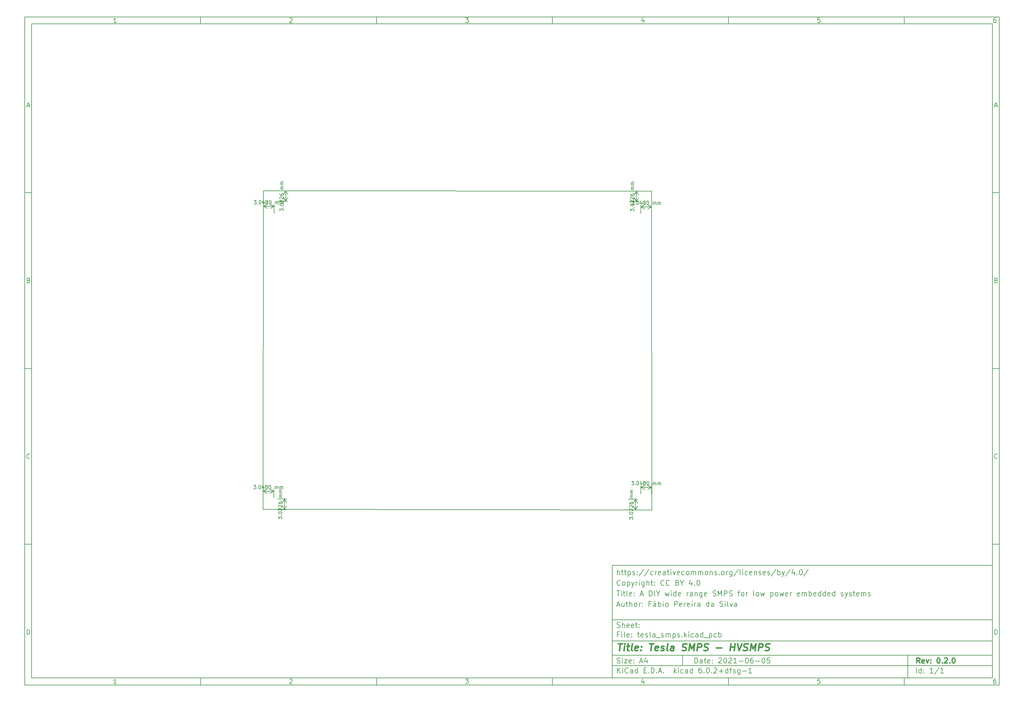
<source format=gbr>
%TF.GenerationSoftware,KiCad,Pcbnew,6.0.2+dfsg-1*%
%TF.CreationDate,2024-06-07T15:20:49-03:00*%
%TF.ProjectId,tesla_smps,7465736c-615f-4736-9d70-732e6b696361,0.2.0*%
%TF.SameCoordinates,Original*%
%TF.FileFunction,Other,ECO1*%
%FSLAX46Y46*%
G04 Gerber Fmt 4.6, Leading zero omitted, Abs format (unit mm)*
G04 Created by KiCad (PCBNEW 6.0.2+dfsg-1) date 2024-06-07 15:20:49*
%MOMM*%
%LPD*%
G01*
G04 APERTURE LIST*
%ADD10C,0.100000*%
%ADD11C,0.150000*%
%ADD12C,0.300000*%
%ADD13C,0.400000*%
%TA.AperFunction,Profile*%
%ADD14C,0.150000*%
%TD*%
G04 APERTURE END LIST*
D10*
D11*
X177002200Y-166007200D02*
X177002200Y-198007200D01*
X285002200Y-198007200D01*
X285002200Y-166007200D01*
X177002200Y-166007200D01*
D10*
D11*
X10000000Y-10000000D02*
X10000000Y-200007200D01*
X287002200Y-200007200D01*
X287002200Y-10000000D01*
X10000000Y-10000000D01*
D10*
D11*
X12000000Y-12000000D02*
X12000000Y-198007200D01*
X285002200Y-198007200D01*
X285002200Y-12000000D01*
X12000000Y-12000000D01*
D10*
D11*
X60000000Y-12000000D02*
X60000000Y-10000000D01*
D10*
D11*
X110000000Y-12000000D02*
X110000000Y-10000000D01*
D10*
D11*
X160000000Y-12000000D02*
X160000000Y-10000000D01*
D10*
D11*
X210000000Y-12000000D02*
X210000000Y-10000000D01*
D10*
D11*
X260000000Y-12000000D02*
X260000000Y-10000000D01*
D10*
D11*
X36065476Y-11588095D02*
X35322619Y-11588095D01*
X35694047Y-11588095D02*
X35694047Y-10288095D01*
X35570238Y-10473809D01*
X35446428Y-10597619D01*
X35322619Y-10659523D01*
D10*
D11*
X85322619Y-10411904D02*
X85384523Y-10350000D01*
X85508333Y-10288095D01*
X85817857Y-10288095D01*
X85941666Y-10350000D01*
X86003571Y-10411904D01*
X86065476Y-10535714D01*
X86065476Y-10659523D01*
X86003571Y-10845238D01*
X85260714Y-11588095D01*
X86065476Y-11588095D01*
D10*
D11*
X135260714Y-10288095D02*
X136065476Y-10288095D01*
X135632142Y-10783333D01*
X135817857Y-10783333D01*
X135941666Y-10845238D01*
X136003571Y-10907142D01*
X136065476Y-11030952D01*
X136065476Y-11340476D01*
X136003571Y-11464285D01*
X135941666Y-11526190D01*
X135817857Y-11588095D01*
X135446428Y-11588095D01*
X135322619Y-11526190D01*
X135260714Y-11464285D01*
D10*
D11*
X185941666Y-10721428D02*
X185941666Y-11588095D01*
X185632142Y-10226190D02*
X185322619Y-11154761D01*
X186127380Y-11154761D01*
D10*
D11*
X236003571Y-10288095D02*
X235384523Y-10288095D01*
X235322619Y-10907142D01*
X235384523Y-10845238D01*
X235508333Y-10783333D01*
X235817857Y-10783333D01*
X235941666Y-10845238D01*
X236003571Y-10907142D01*
X236065476Y-11030952D01*
X236065476Y-11340476D01*
X236003571Y-11464285D01*
X235941666Y-11526190D01*
X235817857Y-11588095D01*
X235508333Y-11588095D01*
X235384523Y-11526190D01*
X235322619Y-11464285D01*
D10*
D11*
X285941666Y-10288095D02*
X285694047Y-10288095D01*
X285570238Y-10350000D01*
X285508333Y-10411904D01*
X285384523Y-10597619D01*
X285322619Y-10845238D01*
X285322619Y-11340476D01*
X285384523Y-11464285D01*
X285446428Y-11526190D01*
X285570238Y-11588095D01*
X285817857Y-11588095D01*
X285941666Y-11526190D01*
X286003571Y-11464285D01*
X286065476Y-11340476D01*
X286065476Y-11030952D01*
X286003571Y-10907142D01*
X285941666Y-10845238D01*
X285817857Y-10783333D01*
X285570238Y-10783333D01*
X285446428Y-10845238D01*
X285384523Y-10907142D01*
X285322619Y-11030952D01*
D10*
D11*
X60000000Y-198007200D02*
X60000000Y-200007200D01*
D10*
D11*
X110000000Y-198007200D02*
X110000000Y-200007200D01*
D10*
D11*
X160000000Y-198007200D02*
X160000000Y-200007200D01*
D10*
D11*
X210000000Y-198007200D02*
X210000000Y-200007200D01*
D10*
D11*
X260000000Y-198007200D02*
X260000000Y-200007200D01*
D10*
D11*
X36065476Y-199595295D02*
X35322619Y-199595295D01*
X35694047Y-199595295D02*
X35694047Y-198295295D01*
X35570238Y-198481009D01*
X35446428Y-198604819D01*
X35322619Y-198666723D01*
D10*
D11*
X85322619Y-198419104D02*
X85384523Y-198357200D01*
X85508333Y-198295295D01*
X85817857Y-198295295D01*
X85941666Y-198357200D01*
X86003571Y-198419104D01*
X86065476Y-198542914D01*
X86065476Y-198666723D01*
X86003571Y-198852438D01*
X85260714Y-199595295D01*
X86065476Y-199595295D01*
D10*
D11*
X135260714Y-198295295D02*
X136065476Y-198295295D01*
X135632142Y-198790533D01*
X135817857Y-198790533D01*
X135941666Y-198852438D01*
X136003571Y-198914342D01*
X136065476Y-199038152D01*
X136065476Y-199347676D01*
X136003571Y-199471485D01*
X135941666Y-199533390D01*
X135817857Y-199595295D01*
X135446428Y-199595295D01*
X135322619Y-199533390D01*
X135260714Y-199471485D01*
D10*
D11*
X185941666Y-198728628D02*
X185941666Y-199595295D01*
X185632142Y-198233390D02*
X185322619Y-199161961D01*
X186127380Y-199161961D01*
D10*
D11*
X236003571Y-198295295D02*
X235384523Y-198295295D01*
X235322619Y-198914342D01*
X235384523Y-198852438D01*
X235508333Y-198790533D01*
X235817857Y-198790533D01*
X235941666Y-198852438D01*
X236003571Y-198914342D01*
X236065476Y-199038152D01*
X236065476Y-199347676D01*
X236003571Y-199471485D01*
X235941666Y-199533390D01*
X235817857Y-199595295D01*
X235508333Y-199595295D01*
X235384523Y-199533390D01*
X235322619Y-199471485D01*
D10*
D11*
X285941666Y-198295295D02*
X285694047Y-198295295D01*
X285570238Y-198357200D01*
X285508333Y-198419104D01*
X285384523Y-198604819D01*
X285322619Y-198852438D01*
X285322619Y-199347676D01*
X285384523Y-199471485D01*
X285446428Y-199533390D01*
X285570238Y-199595295D01*
X285817857Y-199595295D01*
X285941666Y-199533390D01*
X286003571Y-199471485D01*
X286065476Y-199347676D01*
X286065476Y-199038152D01*
X286003571Y-198914342D01*
X285941666Y-198852438D01*
X285817857Y-198790533D01*
X285570238Y-198790533D01*
X285446428Y-198852438D01*
X285384523Y-198914342D01*
X285322619Y-199038152D01*
D10*
D11*
X10000000Y-60000000D02*
X12000000Y-60000000D01*
D10*
D11*
X10000000Y-110000000D02*
X12000000Y-110000000D01*
D10*
D11*
X10000000Y-160000000D02*
X12000000Y-160000000D01*
D10*
D11*
X10690476Y-35216666D02*
X11309523Y-35216666D01*
X10566666Y-35588095D02*
X11000000Y-34288095D01*
X11433333Y-35588095D01*
D10*
D11*
X11092857Y-84907142D02*
X11278571Y-84969047D01*
X11340476Y-85030952D01*
X11402380Y-85154761D01*
X11402380Y-85340476D01*
X11340476Y-85464285D01*
X11278571Y-85526190D01*
X11154761Y-85588095D01*
X10659523Y-85588095D01*
X10659523Y-84288095D01*
X11092857Y-84288095D01*
X11216666Y-84350000D01*
X11278571Y-84411904D01*
X11340476Y-84535714D01*
X11340476Y-84659523D01*
X11278571Y-84783333D01*
X11216666Y-84845238D01*
X11092857Y-84907142D01*
X10659523Y-84907142D01*
D10*
D11*
X11402380Y-135464285D02*
X11340476Y-135526190D01*
X11154761Y-135588095D01*
X11030952Y-135588095D01*
X10845238Y-135526190D01*
X10721428Y-135402380D01*
X10659523Y-135278571D01*
X10597619Y-135030952D01*
X10597619Y-134845238D01*
X10659523Y-134597619D01*
X10721428Y-134473809D01*
X10845238Y-134350000D01*
X11030952Y-134288095D01*
X11154761Y-134288095D01*
X11340476Y-134350000D01*
X11402380Y-134411904D01*
D10*
D11*
X10659523Y-185588095D02*
X10659523Y-184288095D01*
X10969047Y-184288095D01*
X11154761Y-184350000D01*
X11278571Y-184473809D01*
X11340476Y-184597619D01*
X11402380Y-184845238D01*
X11402380Y-185030952D01*
X11340476Y-185278571D01*
X11278571Y-185402380D01*
X11154761Y-185526190D01*
X10969047Y-185588095D01*
X10659523Y-185588095D01*
D10*
D11*
X287002200Y-60000000D02*
X285002200Y-60000000D01*
D10*
D11*
X287002200Y-110000000D02*
X285002200Y-110000000D01*
D10*
D11*
X287002200Y-160000000D02*
X285002200Y-160000000D01*
D10*
D11*
X285692676Y-35216666D02*
X286311723Y-35216666D01*
X285568866Y-35588095D02*
X286002200Y-34288095D01*
X286435533Y-35588095D01*
D10*
D11*
X286095057Y-84907142D02*
X286280771Y-84969047D01*
X286342676Y-85030952D01*
X286404580Y-85154761D01*
X286404580Y-85340476D01*
X286342676Y-85464285D01*
X286280771Y-85526190D01*
X286156961Y-85588095D01*
X285661723Y-85588095D01*
X285661723Y-84288095D01*
X286095057Y-84288095D01*
X286218866Y-84350000D01*
X286280771Y-84411904D01*
X286342676Y-84535714D01*
X286342676Y-84659523D01*
X286280771Y-84783333D01*
X286218866Y-84845238D01*
X286095057Y-84907142D01*
X285661723Y-84907142D01*
D10*
D11*
X286404580Y-135464285D02*
X286342676Y-135526190D01*
X286156961Y-135588095D01*
X286033152Y-135588095D01*
X285847438Y-135526190D01*
X285723628Y-135402380D01*
X285661723Y-135278571D01*
X285599819Y-135030952D01*
X285599819Y-134845238D01*
X285661723Y-134597619D01*
X285723628Y-134473809D01*
X285847438Y-134350000D01*
X286033152Y-134288095D01*
X286156961Y-134288095D01*
X286342676Y-134350000D01*
X286404580Y-134411904D01*
D10*
D11*
X285661723Y-185588095D02*
X285661723Y-184288095D01*
X285971247Y-184288095D01*
X286156961Y-184350000D01*
X286280771Y-184473809D01*
X286342676Y-184597619D01*
X286404580Y-184845238D01*
X286404580Y-185030952D01*
X286342676Y-185278571D01*
X286280771Y-185402380D01*
X286156961Y-185526190D01*
X285971247Y-185588095D01*
X285661723Y-185588095D01*
D10*
D11*
X200434342Y-193785771D02*
X200434342Y-192285771D01*
X200791485Y-192285771D01*
X201005771Y-192357200D01*
X201148628Y-192500057D01*
X201220057Y-192642914D01*
X201291485Y-192928628D01*
X201291485Y-193142914D01*
X201220057Y-193428628D01*
X201148628Y-193571485D01*
X201005771Y-193714342D01*
X200791485Y-193785771D01*
X200434342Y-193785771D01*
X202577200Y-193785771D02*
X202577200Y-193000057D01*
X202505771Y-192857200D01*
X202362914Y-192785771D01*
X202077200Y-192785771D01*
X201934342Y-192857200D01*
X202577200Y-193714342D02*
X202434342Y-193785771D01*
X202077200Y-193785771D01*
X201934342Y-193714342D01*
X201862914Y-193571485D01*
X201862914Y-193428628D01*
X201934342Y-193285771D01*
X202077200Y-193214342D01*
X202434342Y-193214342D01*
X202577200Y-193142914D01*
X203077200Y-192785771D02*
X203648628Y-192785771D01*
X203291485Y-192285771D02*
X203291485Y-193571485D01*
X203362914Y-193714342D01*
X203505771Y-193785771D01*
X203648628Y-193785771D01*
X204720057Y-193714342D02*
X204577200Y-193785771D01*
X204291485Y-193785771D01*
X204148628Y-193714342D01*
X204077200Y-193571485D01*
X204077200Y-193000057D01*
X204148628Y-192857200D01*
X204291485Y-192785771D01*
X204577200Y-192785771D01*
X204720057Y-192857200D01*
X204791485Y-193000057D01*
X204791485Y-193142914D01*
X204077200Y-193285771D01*
X205434342Y-193642914D02*
X205505771Y-193714342D01*
X205434342Y-193785771D01*
X205362914Y-193714342D01*
X205434342Y-193642914D01*
X205434342Y-193785771D01*
X205434342Y-192857200D02*
X205505771Y-192928628D01*
X205434342Y-193000057D01*
X205362914Y-192928628D01*
X205434342Y-192857200D01*
X205434342Y-193000057D01*
X207220057Y-192428628D02*
X207291485Y-192357200D01*
X207434342Y-192285771D01*
X207791485Y-192285771D01*
X207934342Y-192357200D01*
X208005771Y-192428628D01*
X208077200Y-192571485D01*
X208077200Y-192714342D01*
X208005771Y-192928628D01*
X207148628Y-193785771D01*
X208077200Y-193785771D01*
X209005771Y-192285771D02*
X209148628Y-192285771D01*
X209291485Y-192357200D01*
X209362914Y-192428628D01*
X209434342Y-192571485D01*
X209505771Y-192857200D01*
X209505771Y-193214342D01*
X209434342Y-193500057D01*
X209362914Y-193642914D01*
X209291485Y-193714342D01*
X209148628Y-193785771D01*
X209005771Y-193785771D01*
X208862914Y-193714342D01*
X208791485Y-193642914D01*
X208720057Y-193500057D01*
X208648628Y-193214342D01*
X208648628Y-192857200D01*
X208720057Y-192571485D01*
X208791485Y-192428628D01*
X208862914Y-192357200D01*
X209005771Y-192285771D01*
X210077200Y-192428628D02*
X210148628Y-192357200D01*
X210291485Y-192285771D01*
X210648628Y-192285771D01*
X210791485Y-192357200D01*
X210862914Y-192428628D01*
X210934342Y-192571485D01*
X210934342Y-192714342D01*
X210862914Y-192928628D01*
X210005771Y-193785771D01*
X210934342Y-193785771D01*
X212362914Y-193785771D02*
X211505771Y-193785771D01*
X211934342Y-193785771D02*
X211934342Y-192285771D01*
X211791485Y-192500057D01*
X211648628Y-192642914D01*
X211505771Y-192714342D01*
X213005771Y-193214342D02*
X214148628Y-193214342D01*
X215148628Y-192285771D02*
X215291485Y-192285771D01*
X215434342Y-192357200D01*
X215505771Y-192428628D01*
X215577200Y-192571485D01*
X215648628Y-192857200D01*
X215648628Y-193214342D01*
X215577200Y-193500057D01*
X215505771Y-193642914D01*
X215434342Y-193714342D01*
X215291485Y-193785771D01*
X215148628Y-193785771D01*
X215005771Y-193714342D01*
X214934342Y-193642914D01*
X214862914Y-193500057D01*
X214791485Y-193214342D01*
X214791485Y-192857200D01*
X214862914Y-192571485D01*
X214934342Y-192428628D01*
X215005771Y-192357200D01*
X215148628Y-192285771D01*
X216934342Y-192285771D02*
X216648628Y-192285771D01*
X216505771Y-192357200D01*
X216434342Y-192428628D01*
X216291485Y-192642914D01*
X216220057Y-192928628D01*
X216220057Y-193500057D01*
X216291485Y-193642914D01*
X216362914Y-193714342D01*
X216505771Y-193785771D01*
X216791485Y-193785771D01*
X216934342Y-193714342D01*
X217005771Y-193642914D01*
X217077200Y-193500057D01*
X217077200Y-193142914D01*
X217005771Y-193000057D01*
X216934342Y-192928628D01*
X216791485Y-192857200D01*
X216505771Y-192857200D01*
X216362914Y-192928628D01*
X216291485Y-193000057D01*
X216220057Y-193142914D01*
X217720057Y-193214342D02*
X218862914Y-193214342D01*
X219862914Y-192285771D02*
X220005771Y-192285771D01*
X220148628Y-192357200D01*
X220220057Y-192428628D01*
X220291485Y-192571485D01*
X220362914Y-192857200D01*
X220362914Y-193214342D01*
X220291485Y-193500057D01*
X220220057Y-193642914D01*
X220148628Y-193714342D01*
X220005771Y-193785771D01*
X219862914Y-193785771D01*
X219720057Y-193714342D01*
X219648628Y-193642914D01*
X219577200Y-193500057D01*
X219505771Y-193214342D01*
X219505771Y-192857200D01*
X219577200Y-192571485D01*
X219648628Y-192428628D01*
X219720057Y-192357200D01*
X219862914Y-192285771D01*
X221720057Y-192285771D02*
X221005771Y-192285771D01*
X220934342Y-193000057D01*
X221005771Y-192928628D01*
X221148628Y-192857200D01*
X221505771Y-192857200D01*
X221648628Y-192928628D01*
X221720057Y-193000057D01*
X221791485Y-193142914D01*
X221791485Y-193500057D01*
X221720057Y-193642914D01*
X221648628Y-193714342D01*
X221505771Y-193785771D01*
X221148628Y-193785771D01*
X221005771Y-193714342D01*
X220934342Y-193642914D01*
D10*
D11*
X177002200Y-194507200D02*
X285002200Y-194507200D01*
D10*
D11*
X178434342Y-196585771D02*
X178434342Y-195085771D01*
X179291485Y-196585771D02*
X178648628Y-195728628D01*
X179291485Y-195085771D02*
X178434342Y-195942914D01*
X179934342Y-196585771D02*
X179934342Y-195585771D01*
X179934342Y-195085771D02*
X179862914Y-195157200D01*
X179934342Y-195228628D01*
X180005771Y-195157200D01*
X179934342Y-195085771D01*
X179934342Y-195228628D01*
X181505771Y-196442914D02*
X181434342Y-196514342D01*
X181220057Y-196585771D01*
X181077200Y-196585771D01*
X180862914Y-196514342D01*
X180720057Y-196371485D01*
X180648628Y-196228628D01*
X180577200Y-195942914D01*
X180577200Y-195728628D01*
X180648628Y-195442914D01*
X180720057Y-195300057D01*
X180862914Y-195157200D01*
X181077200Y-195085771D01*
X181220057Y-195085771D01*
X181434342Y-195157200D01*
X181505771Y-195228628D01*
X182791485Y-196585771D02*
X182791485Y-195800057D01*
X182720057Y-195657200D01*
X182577200Y-195585771D01*
X182291485Y-195585771D01*
X182148628Y-195657200D01*
X182791485Y-196514342D02*
X182648628Y-196585771D01*
X182291485Y-196585771D01*
X182148628Y-196514342D01*
X182077200Y-196371485D01*
X182077200Y-196228628D01*
X182148628Y-196085771D01*
X182291485Y-196014342D01*
X182648628Y-196014342D01*
X182791485Y-195942914D01*
X184148628Y-196585771D02*
X184148628Y-195085771D01*
X184148628Y-196514342D02*
X184005771Y-196585771D01*
X183720057Y-196585771D01*
X183577200Y-196514342D01*
X183505771Y-196442914D01*
X183434342Y-196300057D01*
X183434342Y-195871485D01*
X183505771Y-195728628D01*
X183577200Y-195657200D01*
X183720057Y-195585771D01*
X184005771Y-195585771D01*
X184148628Y-195657200D01*
X186005771Y-195800057D02*
X186505771Y-195800057D01*
X186720057Y-196585771D02*
X186005771Y-196585771D01*
X186005771Y-195085771D01*
X186720057Y-195085771D01*
X187362914Y-196442914D02*
X187434342Y-196514342D01*
X187362914Y-196585771D01*
X187291485Y-196514342D01*
X187362914Y-196442914D01*
X187362914Y-196585771D01*
X188077200Y-196585771D02*
X188077200Y-195085771D01*
X188434342Y-195085771D01*
X188648628Y-195157200D01*
X188791485Y-195300057D01*
X188862914Y-195442914D01*
X188934342Y-195728628D01*
X188934342Y-195942914D01*
X188862914Y-196228628D01*
X188791485Y-196371485D01*
X188648628Y-196514342D01*
X188434342Y-196585771D01*
X188077200Y-196585771D01*
X189577200Y-196442914D02*
X189648628Y-196514342D01*
X189577200Y-196585771D01*
X189505771Y-196514342D01*
X189577200Y-196442914D01*
X189577200Y-196585771D01*
X190220057Y-196157200D02*
X190934342Y-196157200D01*
X190077200Y-196585771D02*
X190577200Y-195085771D01*
X191077200Y-196585771D01*
X191577200Y-196442914D02*
X191648628Y-196514342D01*
X191577200Y-196585771D01*
X191505771Y-196514342D01*
X191577200Y-196442914D01*
X191577200Y-196585771D01*
X194577200Y-196585771D02*
X194577200Y-195085771D01*
X194720057Y-196014342D02*
X195148628Y-196585771D01*
X195148628Y-195585771D02*
X194577200Y-196157200D01*
X195791485Y-196585771D02*
X195791485Y-195585771D01*
X195791485Y-195085771D02*
X195720057Y-195157200D01*
X195791485Y-195228628D01*
X195862914Y-195157200D01*
X195791485Y-195085771D01*
X195791485Y-195228628D01*
X197148628Y-196514342D02*
X197005771Y-196585771D01*
X196720057Y-196585771D01*
X196577200Y-196514342D01*
X196505771Y-196442914D01*
X196434342Y-196300057D01*
X196434342Y-195871485D01*
X196505771Y-195728628D01*
X196577200Y-195657200D01*
X196720057Y-195585771D01*
X197005771Y-195585771D01*
X197148628Y-195657200D01*
X198434342Y-196585771D02*
X198434342Y-195800057D01*
X198362914Y-195657200D01*
X198220057Y-195585771D01*
X197934342Y-195585771D01*
X197791485Y-195657200D01*
X198434342Y-196514342D02*
X198291485Y-196585771D01*
X197934342Y-196585771D01*
X197791485Y-196514342D01*
X197720057Y-196371485D01*
X197720057Y-196228628D01*
X197791485Y-196085771D01*
X197934342Y-196014342D01*
X198291485Y-196014342D01*
X198434342Y-195942914D01*
X199791485Y-196585771D02*
X199791485Y-195085771D01*
X199791485Y-196514342D02*
X199648628Y-196585771D01*
X199362914Y-196585771D01*
X199220057Y-196514342D01*
X199148628Y-196442914D01*
X199077200Y-196300057D01*
X199077200Y-195871485D01*
X199148628Y-195728628D01*
X199220057Y-195657200D01*
X199362914Y-195585771D01*
X199648628Y-195585771D01*
X199791485Y-195657200D01*
X202291485Y-195085771D02*
X202005771Y-195085771D01*
X201862914Y-195157200D01*
X201791485Y-195228628D01*
X201648628Y-195442914D01*
X201577200Y-195728628D01*
X201577200Y-196300057D01*
X201648628Y-196442914D01*
X201720057Y-196514342D01*
X201862914Y-196585771D01*
X202148628Y-196585771D01*
X202291485Y-196514342D01*
X202362914Y-196442914D01*
X202434342Y-196300057D01*
X202434342Y-195942914D01*
X202362914Y-195800057D01*
X202291485Y-195728628D01*
X202148628Y-195657200D01*
X201862914Y-195657200D01*
X201720057Y-195728628D01*
X201648628Y-195800057D01*
X201577200Y-195942914D01*
X203077200Y-196442914D02*
X203148628Y-196514342D01*
X203077200Y-196585771D01*
X203005771Y-196514342D01*
X203077200Y-196442914D01*
X203077200Y-196585771D01*
X204077200Y-195085771D02*
X204220057Y-195085771D01*
X204362914Y-195157200D01*
X204434342Y-195228628D01*
X204505771Y-195371485D01*
X204577200Y-195657200D01*
X204577200Y-196014342D01*
X204505771Y-196300057D01*
X204434342Y-196442914D01*
X204362914Y-196514342D01*
X204220057Y-196585771D01*
X204077200Y-196585771D01*
X203934342Y-196514342D01*
X203862914Y-196442914D01*
X203791485Y-196300057D01*
X203720057Y-196014342D01*
X203720057Y-195657200D01*
X203791485Y-195371485D01*
X203862914Y-195228628D01*
X203934342Y-195157200D01*
X204077200Y-195085771D01*
X205220057Y-196442914D02*
X205291485Y-196514342D01*
X205220057Y-196585771D01*
X205148628Y-196514342D01*
X205220057Y-196442914D01*
X205220057Y-196585771D01*
X205862914Y-195228628D02*
X205934342Y-195157200D01*
X206077200Y-195085771D01*
X206434342Y-195085771D01*
X206577200Y-195157200D01*
X206648628Y-195228628D01*
X206720057Y-195371485D01*
X206720057Y-195514342D01*
X206648628Y-195728628D01*
X205791485Y-196585771D01*
X206720057Y-196585771D01*
X207362914Y-196014342D02*
X208505771Y-196014342D01*
X207934342Y-196585771D02*
X207934342Y-195442914D01*
X209862914Y-196585771D02*
X209862914Y-195085771D01*
X209862914Y-196514342D02*
X209720057Y-196585771D01*
X209434342Y-196585771D01*
X209291485Y-196514342D01*
X209220057Y-196442914D01*
X209148628Y-196300057D01*
X209148628Y-195871485D01*
X209220057Y-195728628D01*
X209291485Y-195657200D01*
X209434342Y-195585771D01*
X209720057Y-195585771D01*
X209862914Y-195657200D01*
X210362914Y-195585771D02*
X210934342Y-195585771D01*
X210577200Y-196585771D02*
X210577200Y-195300057D01*
X210648628Y-195157200D01*
X210791485Y-195085771D01*
X210934342Y-195085771D01*
X211362914Y-196514342D02*
X211505771Y-196585771D01*
X211791485Y-196585771D01*
X211934342Y-196514342D01*
X212005771Y-196371485D01*
X212005771Y-196300057D01*
X211934342Y-196157200D01*
X211791485Y-196085771D01*
X211577200Y-196085771D01*
X211434342Y-196014342D01*
X211362914Y-195871485D01*
X211362914Y-195800057D01*
X211434342Y-195657200D01*
X211577200Y-195585771D01*
X211791485Y-195585771D01*
X211934342Y-195657200D01*
X213291485Y-195585771D02*
X213291485Y-196800057D01*
X213220057Y-196942914D01*
X213148628Y-197014342D01*
X213005771Y-197085771D01*
X212791485Y-197085771D01*
X212648628Y-197014342D01*
X213291485Y-196514342D02*
X213148628Y-196585771D01*
X212862914Y-196585771D01*
X212720057Y-196514342D01*
X212648628Y-196442914D01*
X212577200Y-196300057D01*
X212577200Y-195871485D01*
X212648628Y-195728628D01*
X212720057Y-195657200D01*
X212862914Y-195585771D01*
X213148628Y-195585771D01*
X213291485Y-195657200D01*
X214005771Y-196014342D02*
X215148628Y-196014342D01*
X216648628Y-196585771D02*
X215791485Y-196585771D01*
X216220057Y-196585771D02*
X216220057Y-195085771D01*
X216077200Y-195300057D01*
X215934342Y-195442914D01*
X215791485Y-195514342D01*
D10*
D11*
X177002200Y-191507200D02*
X285002200Y-191507200D01*
D10*
D12*
X264411485Y-193785771D02*
X263911485Y-193071485D01*
X263554342Y-193785771D02*
X263554342Y-192285771D01*
X264125771Y-192285771D01*
X264268628Y-192357200D01*
X264340057Y-192428628D01*
X264411485Y-192571485D01*
X264411485Y-192785771D01*
X264340057Y-192928628D01*
X264268628Y-193000057D01*
X264125771Y-193071485D01*
X263554342Y-193071485D01*
X265625771Y-193714342D02*
X265482914Y-193785771D01*
X265197200Y-193785771D01*
X265054342Y-193714342D01*
X264982914Y-193571485D01*
X264982914Y-193000057D01*
X265054342Y-192857200D01*
X265197200Y-192785771D01*
X265482914Y-192785771D01*
X265625771Y-192857200D01*
X265697200Y-193000057D01*
X265697200Y-193142914D01*
X264982914Y-193285771D01*
X266197200Y-192785771D02*
X266554342Y-193785771D01*
X266911485Y-192785771D01*
X267482914Y-193642914D02*
X267554342Y-193714342D01*
X267482914Y-193785771D01*
X267411485Y-193714342D01*
X267482914Y-193642914D01*
X267482914Y-193785771D01*
X267482914Y-192857200D02*
X267554342Y-192928628D01*
X267482914Y-193000057D01*
X267411485Y-192928628D01*
X267482914Y-192857200D01*
X267482914Y-193000057D01*
X269625771Y-192285771D02*
X269768628Y-192285771D01*
X269911485Y-192357200D01*
X269982914Y-192428628D01*
X270054342Y-192571485D01*
X270125771Y-192857200D01*
X270125771Y-193214342D01*
X270054342Y-193500057D01*
X269982914Y-193642914D01*
X269911485Y-193714342D01*
X269768628Y-193785771D01*
X269625771Y-193785771D01*
X269482914Y-193714342D01*
X269411485Y-193642914D01*
X269340057Y-193500057D01*
X269268628Y-193214342D01*
X269268628Y-192857200D01*
X269340057Y-192571485D01*
X269411485Y-192428628D01*
X269482914Y-192357200D01*
X269625771Y-192285771D01*
X270768628Y-193642914D02*
X270840057Y-193714342D01*
X270768628Y-193785771D01*
X270697200Y-193714342D01*
X270768628Y-193642914D01*
X270768628Y-193785771D01*
X271411485Y-192428628D02*
X271482914Y-192357200D01*
X271625771Y-192285771D01*
X271982914Y-192285771D01*
X272125771Y-192357200D01*
X272197200Y-192428628D01*
X272268628Y-192571485D01*
X272268628Y-192714342D01*
X272197200Y-192928628D01*
X271340057Y-193785771D01*
X272268628Y-193785771D01*
X272911485Y-193642914D02*
X272982914Y-193714342D01*
X272911485Y-193785771D01*
X272840057Y-193714342D01*
X272911485Y-193642914D01*
X272911485Y-193785771D01*
X273911485Y-192285771D02*
X274054342Y-192285771D01*
X274197200Y-192357200D01*
X274268628Y-192428628D01*
X274340057Y-192571485D01*
X274411485Y-192857200D01*
X274411485Y-193214342D01*
X274340057Y-193500057D01*
X274268628Y-193642914D01*
X274197200Y-193714342D01*
X274054342Y-193785771D01*
X273911485Y-193785771D01*
X273768628Y-193714342D01*
X273697200Y-193642914D01*
X273625771Y-193500057D01*
X273554342Y-193214342D01*
X273554342Y-192857200D01*
X273625771Y-192571485D01*
X273697200Y-192428628D01*
X273768628Y-192357200D01*
X273911485Y-192285771D01*
D10*
D11*
X178362914Y-193714342D02*
X178577200Y-193785771D01*
X178934342Y-193785771D01*
X179077200Y-193714342D01*
X179148628Y-193642914D01*
X179220057Y-193500057D01*
X179220057Y-193357200D01*
X179148628Y-193214342D01*
X179077200Y-193142914D01*
X178934342Y-193071485D01*
X178648628Y-193000057D01*
X178505771Y-192928628D01*
X178434342Y-192857200D01*
X178362914Y-192714342D01*
X178362914Y-192571485D01*
X178434342Y-192428628D01*
X178505771Y-192357200D01*
X178648628Y-192285771D01*
X179005771Y-192285771D01*
X179220057Y-192357200D01*
X179862914Y-193785771D02*
X179862914Y-192785771D01*
X179862914Y-192285771D02*
X179791485Y-192357200D01*
X179862914Y-192428628D01*
X179934342Y-192357200D01*
X179862914Y-192285771D01*
X179862914Y-192428628D01*
X180434342Y-192785771D02*
X181220057Y-192785771D01*
X180434342Y-193785771D01*
X181220057Y-193785771D01*
X182362914Y-193714342D02*
X182220057Y-193785771D01*
X181934342Y-193785771D01*
X181791485Y-193714342D01*
X181720057Y-193571485D01*
X181720057Y-193000057D01*
X181791485Y-192857200D01*
X181934342Y-192785771D01*
X182220057Y-192785771D01*
X182362914Y-192857200D01*
X182434342Y-193000057D01*
X182434342Y-193142914D01*
X181720057Y-193285771D01*
X183077200Y-193642914D02*
X183148628Y-193714342D01*
X183077200Y-193785771D01*
X183005771Y-193714342D01*
X183077200Y-193642914D01*
X183077200Y-193785771D01*
X183077200Y-192857200D02*
X183148628Y-192928628D01*
X183077200Y-193000057D01*
X183005771Y-192928628D01*
X183077200Y-192857200D01*
X183077200Y-193000057D01*
X184862914Y-193357200D02*
X185577200Y-193357200D01*
X184720057Y-193785771D02*
X185220057Y-192285771D01*
X185720057Y-193785771D01*
X186862914Y-192785771D02*
X186862914Y-193785771D01*
X186505771Y-192214342D02*
X186148628Y-193285771D01*
X187077200Y-193285771D01*
D10*
D11*
X263434342Y-196585771D02*
X263434342Y-195085771D01*
X264791485Y-196585771D02*
X264791485Y-195085771D01*
X264791485Y-196514342D02*
X264648628Y-196585771D01*
X264362914Y-196585771D01*
X264220057Y-196514342D01*
X264148628Y-196442914D01*
X264077200Y-196300057D01*
X264077200Y-195871485D01*
X264148628Y-195728628D01*
X264220057Y-195657200D01*
X264362914Y-195585771D01*
X264648628Y-195585771D01*
X264791485Y-195657200D01*
X265505771Y-196442914D02*
X265577200Y-196514342D01*
X265505771Y-196585771D01*
X265434342Y-196514342D01*
X265505771Y-196442914D01*
X265505771Y-196585771D01*
X265505771Y-195657200D02*
X265577200Y-195728628D01*
X265505771Y-195800057D01*
X265434342Y-195728628D01*
X265505771Y-195657200D01*
X265505771Y-195800057D01*
X268148628Y-196585771D02*
X267291485Y-196585771D01*
X267720057Y-196585771D02*
X267720057Y-195085771D01*
X267577200Y-195300057D01*
X267434342Y-195442914D01*
X267291485Y-195514342D01*
X269862914Y-195014342D02*
X268577200Y-196942914D01*
X271148628Y-196585771D02*
X270291485Y-196585771D01*
X270720057Y-196585771D02*
X270720057Y-195085771D01*
X270577200Y-195300057D01*
X270434342Y-195442914D01*
X270291485Y-195514342D01*
D10*
D11*
X177002200Y-187507200D02*
X285002200Y-187507200D01*
D10*
D13*
X178714580Y-188211961D02*
X179857438Y-188211961D01*
X179036009Y-190211961D02*
X179286009Y-188211961D01*
X180274104Y-190211961D02*
X180440771Y-188878628D01*
X180524104Y-188211961D02*
X180416961Y-188307200D01*
X180500295Y-188402438D01*
X180607438Y-188307200D01*
X180524104Y-188211961D01*
X180500295Y-188402438D01*
X181107438Y-188878628D02*
X181869342Y-188878628D01*
X181476485Y-188211961D02*
X181262200Y-189926247D01*
X181333628Y-190116723D01*
X181512200Y-190211961D01*
X181702676Y-190211961D01*
X182655057Y-190211961D02*
X182476485Y-190116723D01*
X182405057Y-189926247D01*
X182619342Y-188211961D01*
X184190771Y-190116723D02*
X183988390Y-190211961D01*
X183607438Y-190211961D01*
X183428866Y-190116723D01*
X183357438Y-189926247D01*
X183452676Y-189164342D01*
X183571723Y-188973866D01*
X183774104Y-188878628D01*
X184155057Y-188878628D01*
X184333628Y-188973866D01*
X184405057Y-189164342D01*
X184381247Y-189354819D01*
X183405057Y-189545295D01*
X185155057Y-190021485D02*
X185238390Y-190116723D01*
X185131247Y-190211961D01*
X185047914Y-190116723D01*
X185155057Y-190021485D01*
X185131247Y-190211961D01*
X185286009Y-188973866D02*
X185369342Y-189069104D01*
X185262200Y-189164342D01*
X185178866Y-189069104D01*
X185286009Y-188973866D01*
X185262200Y-189164342D01*
X187571723Y-188211961D02*
X188714580Y-188211961D01*
X187893152Y-190211961D02*
X188143152Y-188211961D01*
X189905057Y-190116723D02*
X189702676Y-190211961D01*
X189321723Y-190211961D01*
X189143152Y-190116723D01*
X189071723Y-189926247D01*
X189166961Y-189164342D01*
X189286009Y-188973866D01*
X189488390Y-188878628D01*
X189869342Y-188878628D01*
X190047914Y-188973866D01*
X190119342Y-189164342D01*
X190095533Y-189354819D01*
X189119342Y-189545295D01*
X190762200Y-190116723D02*
X190940771Y-190211961D01*
X191321723Y-190211961D01*
X191524104Y-190116723D01*
X191643152Y-189926247D01*
X191655057Y-189831009D01*
X191583628Y-189640533D01*
X191405057Y-189545295D01*
X191119342Y-189545295D01*
X190940771Y-189450057D01*
X190869342Y-189259580D01*
X190881247Y-189164342D01*
X191000295Y-188973866D01*
X191202676Y-188878628D01*
X191488390Y-188878628D01*
X191666961Y-188973866D01*
X192750295Y-190211961D02*
X192571723Y-190116723D01*
X192500295Y-189926247D01*
X192714580Y-188211961D01*
X194369342Y-190211961D02*
X194500295Y-189164342D01*
X194428866Y-188973866D01*
X194250295Y-188878628D01*
X193869342Y-188878628D01*
X193666961Y-188973866D01*
X194381247Y-190116723D02*
X194178866Y-190211961D01*
X193702676Y-190211961D01*
X193524104Y-190116723D01*
X193452676Y-189926247D01*
X193476485Y-189735771D01*
X193595533Y-189545295D01*
X193797914Y-189450057D01*
X194274104Y-189450057D01*
X194476485Y-189354819D01*
X196762200Y-190116723D02*
X197036009Y-190211961D01*
X197512200Y-190211961D01*
X197714580Y-190116723D01*
X197821723Y-190021485D01*
X197940771Y-189831009D01*
X197964580Y-189640533D01*
X197893152Y-189450057D01*
X197809819Y-189354819D01*
X197631247Y-189259580D01*
X197262200Y-189164342D01*
X197083628Y-189069104D01*
X197000295Y-188973866D01*
X196928866Y-188783390D01*
X196952676Y-188592914D01*
X197071723Y-188402438D01*
X197178866Y-188307200D01*
X197381247Y-188211961D01*
X197857438Y-188211961D01*
X198131247Y-188307200D01*
X198750295Y-190211961D02*
X199000295Y-188211961D01*
X199488390Y-189640533D01*
X200333628Y-188211961D01*
X200083628Y-190211961D01*
X201036009Y-190211961D02*
X201286009Y-188211961D01*
X202047914Y-188211961D01*
X202226485Y-188307200D01*
X202309819Y-188402438D01*
X202381247Y-188592914D01*
X202345533Y-188878628D01*
X202226485Y-189069104D01*
X202119342Y-189164342D01*
X201916961Y-189259580D01*
X201155057Y-189259580D01*
X202952676Y-190116723D02*
X203226485Y-190211961D01*
X203702676Y-190211961D01*
X203905057Y-190116723D01*
X204012200Y-190021485D01*
X204131247Y-189831009D01*
X204155057Y-189640533D01*
X204083628Y-189450057D01*
X204000295Y-189354819D01*
X203821723Y-189259580D01*
X203452676Y-189164342D01*
X203274104Y-189069104D01*
X203190771Y-188973866D01*
X203119342Y-188783390D01*
X203143152Y-188592914D01*
X203262200Y-188402438D01*
X203369342Y-188307200D01*
X203571723Y-188211961D01*
X204047914Y-188211961D01*
X204321723Y-188307200D01*
X206559819Y-189450057D02*
X208083628Y-189450057D01*
X210464580Y-190211961D02*
X210714580Y-188211961D01*
X210595533Y-189164342D02*
X211738390Y-189164342D01*
X211607438Y-190211961D02*
X211857438Y-188211961D01*
X212524104Y-188211961D02*
X212940771Y-190211961D01*
X213857438Y-188211961D01*
X214190771Y-190116723D02*
X214464580Y-190211961D01*
X214940771Y-190211961D01*
X215143152Y-190116723D01*
X215250295Y-190021485D01*
X215369342Y-189831009D01*
X215393152Y-189640533D01*
X215321723Y-189450057D01*
X215238390Y-189354819D01*
X215059819Y-189259580D01*
X214690771Y-189164342D01*
X214512200Y-189069104D01*
X214428866Y-188973866D01*
X214357438Y-188783390D01*
X214381247Y-188592914D01*
X214500295Y-188402438D01*
X214607438Y-188307200D01*
X214809819Y-188211961D01*
X215286009Y-188211961D01*
X215559819Y-188307200D01*
X216178866Y-190211961D02*
X216428866Y-188211961D01*
X216916961Y-189640533D01*
X217762200Y-188211961D01*
X217512200Y-190211961D01*
X218464580Y-190211961D02*
X218714580Y-188211961D01*
X219476485Y-188211961D01*
X219655057Y-188307200D01*
X219738390Y-188402438D01*
X219809819Y-188592914D01*
X219774104Y-188878628D01*
X219655057Y-189069104D01*
X219547914Y-189164342D01*
X219345533Y-189259580D01*
X218583628Y-189259580D01*
X220381247Y-190116723D02*
X220655057Y-190211961D01*
X221131247Y-190211961D01*
X221333628Y-190116723D01*
X221440771Y-190021485D01*
X221559819Y-189831009D01*
X221583628Y-189640533D01*
X221512200Y-189450057D01*
X221428866Y-189354819D01*
X221250295Y-189259580D01*
X220881247Y-189164342D01*
X220702676Y-189069104D01*
X220619342Y-188973866D01*
X220547914Y-188783390D01*
X220571723Y-188592914D01*
X220690771Y-188402438D01*
X220797914Y-188307200D01*
X221000295Y-188211961D01*
X221476485Y-188211961D01*
X221750295Y-188307200D01*
D10*
D11*
X178934342Y-185600057D02*
X178434342Y-185600057D01*
X178434342Y-186385771D02*
X178434342Y-184885771D01*
X179148628Y-184885771D01*
X179720057Y-186385771D02*
X179720057Y-185385771D01*
X179720057Y-184885771D02*
X179648628Y-184957200D01*
X179720057Y-185028628D01*
X179791485Y-184957200D01*
X179720057Y-184885771D01*
X179720057Y-185028628D01*
X180648628Y-186385771D02*
X180505771Y-186314342D01*
X180434342Y-186171485D01*
X180434342Y-184885771D01*
X181791485Y-186314342D02*
X181648628Y-186385771D01*
X181362914Y-186385771D01*
X181220057Y-186314342D01*
X181148628Y-186171485D01*
X181148628Y-185600057D01*
X181220057Y-185457200D01*
X181362914Y-185385771D01*
X181648628Y-185385771D01*
X181791485Y-185457200D01*
X181862914Y-185600057D01*
X181862914Y-185742914D01*
X181148628Y-185885771D01*
X182505771Y-186242914D02*
X182577200Y-186314342D01*
X182505771Y-186385771D01*
X182434342Y-186314342D01*
X182505771Y-186242914D01*
X182505771Y-186385771D01*
X182505771Y-185457200D02*
X182577200Y-185528628D01*
X182505771Y-185600057D01*
X182434342Y-185528628D01*
X182505771Y-185457200D01*
X182505771Y-185600057D01*
X184148628Y-185385771D02*
X184720057Y-185385771D01*
X184362914Y-184885771D02*
X184362914Y-186171485D01*
X184434342Y-186314342D01*
X184577200Y-186385771D01*
X184720057Y-186385771D01*
X185791485Y-186314342D02*
X185648628Y-186385771D01*
X185362914Y-186385771D01*
X185220057Y-186314342D01*
X185148628Y-186171485D01*
X185148628Y-185600057D01*
X185220057Y-185457200D01*
X185362914Y-185385771D01*
X185648628Y-185385771D01*
X185791485Y-185457200D01*
X185862914Y-185600057D01*
X185862914Y-185742914D01*
X185148628Y-185885771D01*
X186434342Y-186314342D02*
X186577200Y-186385771D01*
X186862914Y-186385771D01*
X187005771Y-186314342D01*
X187077200Y-186171485D01*
X187077200Y-186100057D01*
X187005771Y-185957200D01*
X186862914Y-185885771D01*
X186648628Y-185885771D01*
X186505771Y-185814342D01*
X186434342Y-185671485D01*
X186434342Y-185600057D01*
X186505771Y-185457200D01*
X186648628Y-185385771D01*
X186862914Y-185385771D01*
X187005771Y-185457200D01*
X187934342Y-186385771D02*
X187791485Y-186314342D01*
X187720057Y-186171485D01*
X187720057Y-184885771D01*
X189148628Y-186385771D02*
X189148628Y-185600057D01*
X189077200Y-185457200D01*
X188934342Y-185385771D01*
X188648628Y-185385771D01*
X188505771Y-185457200D01*
X189148628Y-186314342D02*
X189005771Y-186385771D01*
X188648628Y-186385771D01*
X188505771Y-186314342D01*
X188434342Y-186171485D01*
X188434342Y-186028628D01*
X188505771Y-185885771D01*
X188648628Y-185814342D01*
X189005771Y-185814342D01*
X189148628Y-185742914D01*
X189505771Y-186528628D02*
X190648628Y-186528628D01*
X190934342Y-186314342D02*
X191077200Y-186385771D01*
X191362914Y-186385771D01*
X191505771Y-186314342D01*
X191577200Y-186171485D01*
X191577200Y-186100057D01*
X191505771Y-185957200D01*
X191362914Y-185885771D01*
X191148628Y-185885771D01*
X191005771Y-185814342D01*
X190934342Y-185671485D01*
X190934342Y-185600057D01*
X191005771Y-185457200D01*
X191148628Y-185385771D01*
X191362914Y-185385771D01*
X191505771Y-185457200D01*
X192220057Y-186385771D02*
X192220057Y-185385771D01*
X192220057Y-185528628D02*
X192291485Y-185457200D01*
X192434342Y-185385771D01*
X192648628Y-185385771D01*
X192791485Y-185457200D01*
X192862914Y-185600057D01*
X192862914Y-186385771D01*
X192862914Y-185600057D02*
X192934342Y-185457200D01*
X193077200Y-185385771D01*
X193291485Y-185385771D01*
X193434342Y-185457200D01*
X193505771Y-185600057D01*
X193505771Y-186385771D01*
X194220057Y-185385771D02*
X194220057Y-186885771D01*
X194220057Y-185457200D02*
X194362914Y-185385771D01*
X194648628Y-185385771D01*
X194791485Y-185457200D01*
X194862914Y-185528628D01*
X194934342Y-185671485D01*
X194934342Y-186100057D01*
X194862914Y-186242914D01*
X194791485Y-186314342D01*
X194648628Y-186385771D01*
X194362914Y-186385771D01*
X194220057Y-186314342D01*
X195505771Y-186314342D02*
X195648628Y-186385771D01*
X195934342Y-186385771D01*
X196077200Y-186314342D01*
X196148628Y-186171485D01*
X196148628Y-186100057D01*
X196077200Y-185957200D01*
X195934342Y-185885771D01*
X195720057Y-185885771D01*
X195577200Y-185814342D01*
X195505771Y-185671485D01*
X195505771Y-185600057D01*
X195577200Y-185457200D01*
X195720057Y-185385771D01*
X195934342Y-185385771D01*
X196077200Y-185457200D01*
X196791485Y-186242914D02*
X196862914Y-186314342D01*
X196791485Y-186385771D01*
X196720057Y-186314342D01*
X196791485Y-186242914D01*
X196791485Y-186385771D01*
X197505771Y-186385771D02*
X197505771Y-184885771D01*
X197648628Y-185814342D02*
X198077200Y-186385771D01*
X198077200Y-185385771D02*
X197505771Y-185957200D01*
X198720057Y-186385771D02*
X198720057Y-185385771D01*
X198720057Y-184885771D02*
X198648628Y-184957200D01*
X198720057Y-185028628D01*
X198791485Y-184957200D01*
X198720057Y-184885771D01*
X198720057Y-185028628D01*
X200077200Y-186314342D02*
X199934342Y-186385771D01*
X199648628Y-186385771D01*
X199505771Y-186314342D01*
X199434342Y-186242914D01*
X199362914Y-186100057D01*
X199362914Y-185671485D01*
X199434342Y-185528628D01*
X199505771Y-185457200D01*
X199648628Y-185385771D01*
X199934342Y-185385771D01*
X200077200Y-185457200D01*
X201362914Y-186385771D02*
X201362914Y-185600057D01*
X201291485Y-185457200D01*
X201148628Y-185385771D01*
X200862914Y-185385771D01*
X200720057Y-185457200D01*
X201362914Y-186314342D02*
X201220057Y-186385771D01*
X200862914Y-186385771D01*
X200720057Y-186314342D01*
X200648628Y-186171485D01*
X200648628Y-186028628D01*
X200720057Y-185885771D01*
X200862914Y-185814342D01*
X201220057Y-185814342D01*
X201362914Y-185742914D01*
X202720057Y-186385771D02*
X202720057Y-184885771D01*
X202720057Y-186314342D02*
X202577200Y-186385771D01*
X202291485Y-186385771D01*
X202148628Y-186314342D01*
X202077200Y-186242914D01*
X202005771Y-186100057D01*
X202005771Y-185671485D01*
X202077200Y-185528628D01*
X202148628Y-185457200D01*
X202291485Y-185385771D01*
X202577200Y-185385771D01*
X202720057Y-185457200D01*
X203077200Y-186528628D02*
X204220057Y-186528628D01*
X204577200Y-185385771D02*
X204577200Y-186885771D01*
X204577200Y-185457200D02*
X204720057Y-185385771D01*
X205005771Y-185385771D01*
X205148628Y-185457200D01*
X205220057Y-185528628D01*
X205291485Y-185671485D01*
X205291485Y-186100057D01*
X205220057Y-186242914D01*
X205148628Y-186314342D01*
X205005771Y-186385771D01*
X204720057Y-186385771D01*
X204577200Y-186314342D01*
X206577200Y-186314342D02*
X206434342Y-186385771D01*
X206148628Y-186385771D01*
X206005771Y-186314342D01*
X205934342Y-186242914D01*
X205862914Y-186100057D01*
X205862914Y-185671485D01*
X205934342Y-185528628D01*
X206005771Y-185457200D01*
X206148628Y-185385771D01*
X206434342Y-185385771D01*
X206577200Y-185457200D01*
X207220057Y-186385771D02*
X207220057Y-184885771D01*
X207220057Y-185457200D02*
X207362914Y-185385771D01*
X207648628Y-185385771D01*
X207791485Y-185457200D01*
X207862914Y-185528628D01*
X207934342Y-185671485D01*
X207934342Y-186100057D01*
X207862914Y-186242914D01*
X207791485Y-186314342D01*
X207648628Y-186385771D01*
X207362914Y-186385771D01*
X207220057Y-186314342D01*
D10*
D11*
X177002200Y-181507200D02*
X285002200Y-181507200D01*
D10*
D11*
X178362914Y-183614342D02*
X178577200Y-183685771D01*
X178934342Y-183685771D01*
X179077200Y-183614342D01*
X179148628Y-183542914D01*
X179220057Y-183400057D01*
X179220057Y-183257200D01*
X179148628Y-183114342D01*
X179077200Y-183042914D01*
X178934342Y-182971485D01*
X178648628Y-182900057D01*
X178505771Y-182828628D01*
X178434342Y-182757200D01*
X178362914Y-182614342D01*
X178362914Y-182471485D01*
X178434342Y-182328628D01*
X178505771Y-182257200D01*
X178648628Y-182185771D01*
X179005771Y-182185771D01*
X179220057Y-182257200D01*
X179862914Y-183685771D02*
X179862914Y-182185771D01*
X180505771Y-183685771D02*
X180505771Y-182900057D01*
X180434342Y-182757200D01*
X180291485Y-182685771D01*
X180077200Y-182685771D01*
X179934342Y-182757200D01*
X179862914Y-182828628D01*
X181791485Y-183614342D02*
X181648628Y-183685771D01*
X181362914Y-183685771D01*
X181220057Y-183614342D01*
X181148628Y-183471485D01*
X181148628Y-182900057D01*
X181220057Y-182757200D01*
X181362914Y-182685771D01*
X181648628Y-182685771D01*
X181791485Y-182757200D01*
X181862914Y-182900057D01*
X181862914Y-183042914D01*
X181148628Y-183185771D01*
X183077200Y-183614342D02*
X182934342Y-183685771D01*
X182648628Y-183685771D01*
X182505771Y-183614342D01*
X182434342Y-183471485D01*
X182434342Y-182900057D01*
X182505771Y-182757200D01*
X182648628Y-182685771D01*
X182934342Y-182685771D01*
X183077200Y-182757200D01*
X183148628Y-182900057D01*
X183148628Y-183042914D01*
X182434342Y-183185771D01*
X183577200Y-182685771D02*
X184148628Y-182685771D01*
X183791485Y-182185771D02*
X183791485Y-183471485D01*
X183862914Y-183614342D01*
X184005771Y-183685771D01*
X184148628Y-183685771D01*
X184648628Y-183542914D02*
X184720057Y-183614342D01*
X184648628Y-183685771D01*
X184577200Y-183614342D01*
X184648628Y-183542914D01*
X184648628Y-183685771D01*
X184648628Y-182757200D02*
X184720057Y-182828628D01*
X184648628Y-182900057D01*
X184577200Y-182828628D01*
X184648628Y-182757200D01*
X184648628Y-182900057D01*
D10*
D12*
D10*
D11*
X178362914Y-177257200D02*
X179077200Y-177257200D01*
X178220057Y-177685771D02*
X178720057Y-176185771D01*
X179220057Y-177685771D01*
X180362914Y-176685771D02*
X180362914Y-177685771D01*
X179720057Y-176685771D02*
X179720057Y-177471485D01*
X179791485Y-177614342D01*
X179934342Y-177685771D01*
X180148628Y-177685771D01*
X180291485Y-177614342D01*
X180362914Y-177542914D01*
X180862914Y-176685771D02*
X181434342Y-176685771D01*
X181077200Y-176185771D02*
X181077200Y-177471485D01*
X181148628Y-177614342D01*
X181291485Y-177685771D01*
X181434342Y-177685771D01*
X181934342Y-177685771D02*
X181934342Y-176185771D01*
X182577200Y-177685771D02*
X182577200Y-176900057D01*
X182505771Y-176757200D01*
X182362914Y-176685771D01*
X182148628Y-176685771D01*
X182005771Y-176757200D01*
X181934342Y-176828628D01*
X183505771Y-177685771D02*
X183362914Y-177614342D01*
X183291485Y-177542914D01*
X183220057Y-177400057D01*
X183220057Y-176971485D01*
X183291485Y-176828628D01*
X183362914Y-176757200D01*
X183505771Y-176685771D01*
X183720057Y-176685771D01*
X183862914Y-176757200D01*
X183934342Y-176828628D01*
X184005771Y-176971485D01*
X184005771Y-177400057D01*
X183934342Y-177542914D01*
X183862914Y-177614342D01*
X183720057Y-177685771D01*
X183505771Y-177685771D01*
X184648628Y-177685771D02*
X184648628Y-176685771D01*
X184648628Y-176971485D02*
X184720057Y-176828628D01*
X184791485Y-176757200D01*
X184934342Y-176685771D01*
X185077200Y-176685771D01*
X185577200Y-177542914D02*
X185648628Y-177614342D01*
X185577200Y-177685771D01*
X185505771Y-177614342D01*
X185577200Y-177542914D01*
X185577200Y-177685771D01*
X185577200Y-176757200D02*
X185648628Y-176828628D01*
X185577200Y-176900057D01*
X185505771Y-176828628D01*
X185577200Y-176757200D01*
X185577200Y-176900057D01*
X187934342Y-176900057D02*
X187434342Y-176900057D01*
X187434342Y-177685771D02*
X187434342Y-176185771D01*
X188148628Y-176185771D01*
X189362914Y-177685771D02*
X189362914Y-176900057D01*
X189291485Y-176757200D01*
X189148628Y-176685771D01*
X188862914Y-176685771D01*
X188720057Y-176757200D01*
X189362914Y-177614342D02*
X189220057Y-177685771D01*
X188862914Y-177685771D01*
X188720057Y-177614342D01*
X188648628Y-177471485D01*
X188648628Y-177328628D01*
X188720057Y-177185771D01*
X188862914Y-177114342D01*
X189220057Y-177114342D01*
X189362914Y-177042914D01*
X189148628Y-176114342D02*
X188934342Y-176328628D01*
X190077200Y-177685771D02*
X190077200Y-176185771D01*
X190077200Y-176757200D02*
X190220057Y-176685771D01*
X190505771Y-176685771D01*
X190648628Y-176757200D01*
X190720057Y-176828628D01*
X190791485Y-176971485D01*
X190791485Y-177400057D01*
X190720057Y-177542914D01*
X190648628Y-177614342D01*
X190505771Y-177685771D01*
X190220057Y-177685771D01*
X190077200Y-177614342D01*
X191434342Y-177685771D02*
X191434342Y-176685771D01*
X191434342Y-176185771D02*
X191362914Y-176257200D01*
X191434342Y-176328628D01*
X191505771Y-176257200D01*
X191434342Y-176185771D01*
X191434342Y-176328628D01*
X192362914Y-177685771D02*
X192220057Y-177614342D01*
X192148628Y-177542914D01*
X192077200Y-177400057D01*
X192077200Y-176971485D01*
X192148628Y-176828628D01*
X192220057Y-176757200D01*
X192362914Y-176685771D01*
X192577200Y-176685771D01*
X192720057Y-176757200D01*
X192791485Y-176828628D01*
X192862914Y-176971485D01*
X192862914Y-177400057D01*
X192791485Y-177542914D01*
X192720057Y-177614342D01*
X192577200Y-177685771D01*
X192362914Y-177685771D01*
X194648628Y-177685771D02*
X194648628Y-176185771D01*
X195220057Y-176185771D01*
X195362914Y-176257200D01*
X195434342Y-176328628D01*
X195505771Y-176471485D01*
X195505771Y-176685771D01*
X195434342Y-176828628D01*
X195362914Y-176900057D01*
X195220057Y-176971485D01*
X194648628Y-176971485D01*
X196720057Y-177614342D02*
X196577200Y-177685771D01*
X196291485Y-177685771D01*
X196148628Y-177614342D01*
X196077200Y-177471485D01*
X196077200Y-176900057D01*
X196148628Y-176757200D01*
X196291485Y-176685771D01*
X196577200Y-176685771D01*
X196720057Y-176757200D01*
X196791485Y-176900057D01*
X196791485Y-177042914D01*
X196077200Y-177185771D01*
X197434342Y-177685771D02*
X197434342Y-176685771D01*
X197434342Y-176971485D02*
X197505771Y-176828628D01*
X197577200Y-176757200D01*
X197720057Y-176685771D01*
X197862914Y-176685771D01*
X198934342Y-177614342D02*
X198791485Y-177685771D01*
X198505771Y-177685771D01*
X198362914Y-177614342D01*
X198291485Y-177471485D01*
X198291485Y-176900057D01*
X198362914Y-176757200D01*
X198505771Y-176685771D01*
X198791485Y-176685771D01*
X198934342Y-176757200D01*
X199005771Y-176900057D01*
X199005771Y-177042914D01*
X198291485Y-177185771D01*
X199648628Y-177685771D02*
X199648628Y-176685771D01*
X199648628Y-176185771D02*
X199577200Y-176257200D01*
X199648628Y-176328628D01*
X199720057Y-176257200D01*
X199648628Y-176185771D01*
X199648628Y-176328628D01*
X200362914Y-177685771D02*
X200362914Y-176685771D01*
X200362914Y-176971485D02*
X200434342Y-176828628D01*
X200505771Y-176757200D01*
X200648628Y-176685771D01*
X200791485Y-176685771D01*
X201934342Y-177685771D02*
X201934342Y-176900057D01*
X201862914Y-176757200D01*
X201720057Y-176685771D01*
X201434342Y-176685771D01*
X201291485Y-176757200D01*
X201934342Y-177614342D02*
X201791485Y-177685771D01*
X201434342Y-177685771D01*
X201291485Y-177614342D01*
X201220057Y-177471485D01*
X201220057Y-177328628D01*
X201291485Y-177185771D01*
X201434342Y-177114342D01*
X201791485Y-177114342D01*
X201934342Y-177042914D01*
X204434342Y-177685771D02*
X204434342Y-176185771D01*
X204434342Y-177614342D02*
X204291485Y-177685771D01*
X204005771Y-177685771D01*
X203862914Y-177614342D01*
X203791485Y-177542914D01*
X203720057Y-177400057D01*
X203720057Y-176971485D01*
X203791485Y-176828628D01*
X203862914Y-176757200D01*
X204005771Y-176685771D01*
X204291485Y-176685771D01*
X204434342Y-176757200D01*
X205791485Y-177685771D02*
X205791485Y-176900057D01*
X205720057Y-176757200D01*
X205577200Y-176685771D01*
X205291485Y-176685771D01*
X205148628Y-176757200D01*
X205791485Y-177614342D02*
X205648628Y-177685771D01*
X205291485Y-177685771D01*
X205148628Y-177614342D01*
X205077200Y-177471485D01*
X205077200Y-177328628D01*
X205148628Y-177185771D01*
X205291485Y-177114342D01*
X205648628Y-177114342D01*
X205791485Y-177042914D01*
X207577200Y-177614342D02*
X207791485Y-177685771D01*
X208148628Y-177685771D01*
X208291485Y-177614342D01*
X208362914Y-177542914D01*
X208434342Y-177400057D01*
X208434342Y-177257200D01*
X208362914Y-177114342D01*
X208291485Y-177042914D01*
X208148628Y-176971485D01*
X207862914Y-176900057D01*
X207720057Y-176828628D01*
X207648628Y-176757200D01*
X207577200Y-176614342D01*
X207577200Y-176471485D01*
X207648628Y-176328628D01*
X207720057Y-176257200D01*
X207862914Y-176185771D01*
X208220057Y-176185771D01*
X208434342Y-176257200D01*
X209077200Y-177685771D02*
X209077200Y-176685771D01*
X209077200Y-176185771D02*
X209005771Y-176257200D01*
X209077200Y-176328628D01*
X209148628Y-176257200D01*
X209077200Y-176185771D01*
X209077200Y-176328628D01*
X210005771Y-177685771D02*
X209862914Y-177614342D01*
X209791485Y-177471485D01*
X209791485Y-176185771D01*
X210434342Y-176685771D02*
X210791485Y-177685771D01*
X211148628Y-176685771D01*
X212362914Y-177685771D02*
X212362914Y-176900057D01*
X212291485Y-176757200D01*
X212148628Y-176685771D01*
X211862914Y-176685771D01*
X211720057Y-176757200D01*
X212362914Y-177614342D02*
X212220057Y-177685771D01*
X211862914Y-177685771D01*
X211720057Y-177614342D01*
X211648628Y-177471485D01*
X211648628Y-177328628D01*
X211720057Y-177185771D01*
X211862914Y-177114342D01*
X212220057Y-177114342D01*
X212362914Y-177042914D01*
D10*
D11*
X178220057Y-173185771D02*
X179077200Y-173185771D01*
X178648628Y-174685771D02*
X178648628Y-173185771D01*
X179577200Y-174685771D02*
X179577200Y-173685771D01*
X179577200Y-173185771D02*
X179505771Y-173257200D01*
X179577200Y-173328628D01*
X179648628Y-173257200D01*
X179577200Y-173185771D01*
X179577200Y-173328628D01*
X180077200Y-173685771D02*
X180648628Y-173685771D01*
X180291485Y-173185771D02*
X180291485Y-174471485D01*
X180362914Y-174614342D01*
X180505771Y-174685771D01*
X180648628Y-174685771D01*
X181362914Y-174685771D02*
X181220057Y-174614342D01*
X181148628Y-174471485D01*
X181148628Y-173185771D01*
X182505771Y-174614342D02*
X182362914Y-174685771D01*
X182077200Y-174685771D01*
X181934342Y-174614342D01*
X181862914Y-174471485D01*
X181862914Y-173900057D01*
X181934342Y-173757200D01*
X182077200Y-173685771D01*
X182362914Y-173685771D01*
X182505771Y-173757200D01*
X182577200Y-173900057D01*
X182577200Y-174042914D01*
X181862914Y-174185771D01*
X183220057Y-174542914D02*
X183291485Y-174614342D01*
X183220057Y-174685771D01*
X183148628Y-174614342D01*
X183220057Y-174542914D01*
X183220057Y-174685771D01*
X183220057Y-173757200D02*
X183291485Y-173828628D01*
X183220057Y-173900057D01*
X183148628Y-173828628D01*
X183220057Y-173757200D01*
X183220057Y-173900057D01*
X185005771Y-174257200D02*
X185720057Y-174257200D01*
X184862914Y-174685771D02*
X185362914Y-173185771D01*
X185862914Y-174685771D01*
X187505771Y-174685771D02*
X187505771Y-173185771D01*
X187862914Y-173185771D01*
X188077200Y-173257200D01*
X188220057Y-173400057D01*
X188291485Y-173542914D01*
X188362914Y-173828628D01*
X188362914Y-174042914D01*
X188291485Y-174328628D01*
X188220057Y-174471485D01*
X188077200Y-174614342D01*
X187862914Y-174685771D01*
X187505771Y-174685771D01*
X189005771Y-174685771D02*
X189005771Y-173185771D01*
X190005771Y-173971485D02*
X190005771Y-174685771D01*
X189505771Y-173185771D02*
X190005771Y-173971485D01*
X190505771Y-173185771D01*
X192005771Y-173685771D02*
X192291485Y-174685771D01*
X192577200Y-173971485D01*
X192862914Y-174685771D01*
X193148628Y-173685771D01*
X193720057Y-174685771D02*
X193720057Y-173685771D01*
X193720057Y-173185771D02*
X193648628Y-173257200D01*
X193720057Y-173328628D01*
X193791485Y-173257200D01*
X193720057Y-173185771D01*
X193720057Y-173328628D01*
X195077200Y-174685771D02*
X195077200Y-173185771D01*
X195077200Y-174614342D02*
X194934342Y-174685771D01*
X194648628Y-174685771D01*
X194505771Y-174614342D01*
X194434342Y-174542914D01*
X194362914Y-174400057D01*
X194362914Y-173971485D01*
X194434342Y-173828628D01*
X194505771Y-173757200D01*
X194648628Y-173685771D01*
X194934342Y-173685771D01*
X195077200Y-173757200D01*
X196362914Y-174614342D02*
X196220057Y-174685771D01*
X195934342Y-174685771D01*
X195791485Y-174614342D01*
X195720057Y-174471485D01*
X195720057Y-173900057D01*
X195791485Y-173757200D01*
X195934342Y-173685771D01*
X196220057Y-173685771D01*
X196362914Y-173757200D01*
X196434342Y-173900057D01*
X196434342Y-174042914D01*
X195720057Y-174185771D01*
X198220057Y-174685771D02*
X198220057Y-173685771D01*
X198220057Y-173971485D02*
X198291485Y-173828628D01*
X198362914Y-173757200D01*
X198505771Y-173685771D01*
X198648628Y-173685771D01*
X199791485Y-174685771D02*
X199791485Y-173900057D01*
X199720057Y-173757200D01*
X199577200Y-173685771D01*
X199291485Y-173685771D01*
X199148628Y-173757200D01*
X199791485Y-174614342D02*
X199648628Y-174685771D01*
X199291485Y-174685771D01*
X199148628Y-174614342D01*
X199077200Y-174471485D01*
X199077200Y-174328628D01*
X199148628Y-174185771D01*
X199291485Y-174114342D01*
X199648628Y-174114342D01*
X199791485Y-174042914D01*
X200505771Y-173685771D02*
X200505771Y-174685771D01*
X200505771Y-173828628D02*
X200577200Y-173757200D01*
X200720057Y-173685771D01*
X200934342Y-173685771D01*
X201077200Y-173757200D01*
X201148628Y-173900057D01*
X201148628Y-174685771D01*
X202505771Y-173685771D02*
X202505771Y-174900057D01*
X202434342Y-175042914D01*
X202362914Y-175114342D01*
X202220057Y-175185771D01*
X202005771Y-175185771D01*
X201862914Y-175114342D01*
X202505771Y-174614342D02*
X202362914Y-174685771D01*
X202077200Y-174685771D01*
X201934342Y-174614342D01*
X201862914Y-174542914D01*
X201791485Y-174400057D01*
X201791485Y-173971485D01*
X201862914Y-173828628D01*
X201934342Y-173757200D01*
X202077200Y-173685771D01*
X202362914Y-173685771D01*
X202505771Y-173757200D01*
X203791485Y-174614342D02*
X203648628Y-174685771D01*
X203362914Y-174685771D01*
X203220057Y-174614342D01*
X203148628Y-174471485D01*
X203148628Y-173900057D01*
X203220057Y-173757200D01*
X203362914Y-173685771D01*
X203648628Y-173685771D01*
X203791485Y-173757200D01*
X203862914Y-173900057D01*
X203862914Y-174042914D01*
X203148628Y-174185771D01*
X205577200Y-174614342D02*
X205791485Y-174685771D01*
X206148628Y-174685771D01*
X206291485Y-174614342D01*
X206362914Y-174542914D01*
X206434342Y-174400057D01*
X206434342Y-174257200D01*
X206362914Y-174114342D01*
X206291485Y-174042914D01*
X206148628Y-173971485D01*
X205862914Y-173900057D01*
X205720057Y-173828628D01*
X205648628Y-173757200D01*
X205577200Y-173614342D01*
X205577200Y-173471485D01*
X205648628Y-173328628D01*
X205720057Y-173257200D01*
X205862914Y-173185771D01*
X206220057Y-173185771D01*
X206434342Y-173257200D01*
X207077200Y-174685771D02*
X207077200Y-173185771D01*
X207577200Y-174257200D01*
X208077200Y-173185771D01*
X208077200Y-174685771D01*
X208791485Y-174685771D02*
X208791485Y-173185771D01*
X209362914Y-173185771D01*
X209505771Y-173257200D01*
X209577200Y-173328628D01*
X209648628Y-173471485D01*
X209648628Y-173685771D01*
X209577200Y-173828628D01*
X209505771Y-173900057D01*
X209362914Y-173971485D01*
X208791485Y-173971485D01*
X210220057Y-174614342D02*
X210434342Y-174685771D01*
X210791485Y-174685771D01*
X210934342Y-174614342D01*
X211005771Y-174542914D01*
X211077200Y-174400057D01*
X211077200Y-174257200D01*
X211005771Y-174114342D01*
X210934342Y-174042914D01*
X210791485Y-173971485D01*
X210505771Y-173900057D01*
X210362914Y-173828628D01*
X210291485Y-173757200D01*
X210220057Y-173614342D01*
X210220057Y-173471485D01*
X210291485Y-173328628D01*
X210362914Y-173257200D01*
X210505771Y-173185771D01*
X210862914Y-173185771D01*
X211077200Y-173257200D01*
X212648628Y-173685771D02*
X213220057Y-173685771D01*
X212862914Y-174685771D02*
X212862914Y-173400057D01*
X212934342Y-173257200D01*
X213077200Y-173185771D01*
X213220057Y-173185771D01*
X213934342Y-174685771D02*
X213791485Y-174614342D01*
X213720057Y-174542914D01*
X213648628Y-174400057D01*
X213648628Y-173971485D01*
X213720057Y-173828628D01*
X213791485Y-173757200D01*
X213934342Y-173685771D01*
X214148628Y-173685771D01*
X214291485Y-173757200D01*
X214362914Y-173828628D01*
X214434342Y-173971485D01*
X214434342Y-174400057D01*
X214362914Y-174542914D01*
X214291485Y-174614342D01*
X214148628Y-174685771D01*
X213934342Y-174685771D01*
X215077200Y-174685771D02*
X215077200Y-173685771D01*
X215077200Y-173971485D02*
X215148628Y-173828628D01*
X215220057Y-173757200D01*
X215362914Y-173685771D01*
X215505771Y-173685771D01*
X217362914Y-174685771D02*
X217220057Y-174614342D01*
X217148628Y-174471485D01*
X217148628Y-173185771D01*
X218148628Y-174685771D02*
X218005771Y-174614342D01*
X217934342Y-174542914D01*
X217862914Y-174400057D01*
X217862914Y-173971485D01*
X217934342Y-173828628D01*
X218005771Y-173757200D01*
X218148628Y-173685771D01*
X218362914Y-173685771D01*
X218505771Y-173757200D01*
X218577200Y-173828628D01*
X218648628Y-173971485D01*
X218648628Y-174400057D01*
X218577200Y-174542914D01*
X218505771Y-174614342D01*
X218362914Y-174685771D01*
X218148628Y-174685771D01*
X219148628Y-173685771D02*
X219434342Y-174685771D01*
X219720057Y-173971485D01*
X220005771Y-174685771D01*
X220291485Y-173685771D01*
X222005771Y-173685771D02*
X222005771Y-175185771D01*
X222005771Y-173757200D02*
X222148628Y-173685771D01*
X222434342Y-173685771D01*
X222577200Y-173757200D01*
X222648628Y-173828628D01*
X222720057Y-173971485D01*
X222720057Y-174400057D01*
X222648628Y-174542914D01*
X222577200Y-174614342D01*
X222434342Y-174685771D01*
X222148628Y-174685771D01*
X222005771Y-174614342D01*
X223577200Y-174685771D02*
X223434342Y-174614342D01*
X223362914Y-174542914D01*
X223291485Y-174400057D01*
X223291485Y-173971485D01*
X223362914Y-173828628D01*
X223434342Y-173757200D01*
X223577200Y-173685771D01*
X223791485Y-173685771D01*
X223934342Y-173757200D01*
X224005771Y-173828628D01*
X224077200Y-173971485D01*
X224077200Y-174400057D01*
X224005771Y-174542914D01*
X223934342Y-174614342D01*
X223791485Y-174685771D01*
X223577200Y-174685771D01*
X224577200Y-173685771D02*
X224862914Y-174685771D01*
X225148628Y-173971485D01*
X225434342Y-174685771D01*
X225720057Y-173685771D01*
X226862914Y-174614342D02*
X226720057Y-174685771D01*
X226434342Y-174685771D01*
X226291485Y-174614342D01*
X226220057Y-174471485D01*
X226220057Y-173900057D01*
X226291485Y-173757200D01*
X226434342Y-173685771D01*
X226720057Y-173685771D01*
X226862914Y-173757200D01*
X226934342Y-173900057D01*
X226934342Y-174042914D01*
X226220057Y-174185771D01*
X227577200Y-174685771D02*
X227577200Y-173685771D01*
X227577200Y-173971485D02*
X227648628Y-173828628D01*
X227720057Y-173757200D01*
X227862914Y-173685771D01*
X228005771Y-173685771D01*
X230220057Y-174614342D02*
X230077200Y-174685771D01*
X229791485Y-174685771D01*
X229648628Y-174614342D01*
X229577200Y-174471485D01*
X229577200Y-173900057D01*
X229648628Y-173757200D01*
X229791485Y-173685771D01*
X230077200Y-173685771D01*
X230220057Y-173757200D01*
X230291485Y-173900057D01*
X230291485Y-174042914D01*
X229577200Y-174185771D01*
X230934342Y-174685771D02*
X230934342Y-173685771D01*
X230934342Y-173828628D02*
X231005771Y-173757200D01*
X231148628Y-173685771D01*
X231362914Y-173685771D01*
X231505771Y-173757200D01*
X231577200Y-173900057D01*
X231577200Y-174685771D01*
X231577200Y-173900057D02*
X231648628Y-173757200D01*
X231791485Y-173685771D01*
X232005771Y-173685771D01*
X232148628Y-173757200D01*
X232220057Y-173900057D01*
X232220057Y-174685771D01*
X232934342Y-174685771D02*
X232934342Y-173185771D01*
X232934342Y-173757200D02*
X233077200Y-173685771D01*
X233362914Y-173685771D01*
X233505771Y-173757200D01*
X233577200Y-173828628D01*
X233648628Y-173971485D01*
X233648628Y-174400057D01*
X233577200Y-174542914D01*
X233505771Y-174614342D01*
X233362914Y-174685771D01*
X233077200Y-174685771D01*
X232934342Y-174614342D01*
X234862914Y-174614342D02*
X234720057Y-174685771D01*
X234434342Y-174685771D01*
X234291485Y-174614342D01*
X234220057Y-174471485D01*
X234220057Y-173900057D01*
X234291485Y-173757200D01*
X234434342Y-173685771D01*
X234720057Y-173685771D01*
X234862914Y-173757200D01*
X234934342Y-173900057D01*
X234934342Y-174042914D01*
X234220057Y-174185771D01*
X236220057Y-174685771D02*
X236220057Y-173185771D01*
X236220057Y-174614342D02*
X236077200Y-174685771D01*
X235791485Y-174685771D01*
X235648628Y-174614342D01*
X235577200Y-174542914D01*
X235505771Y-174400057D01*
X235505771Y-173971485D01*
X235577200Y-173828628D01*
X235648628Y-173757200D01*
X235791485Y-173685771D01*
X236077200Y-173685771D01*
X236220057Y-173757200D01*
X237577200Y-174685771D02*
X237577200Y-173185771D01*
X237577200Y-174614342D02*
X237434342Y-174685771D01*
X237148628Y-174685771D01*
X237005771Y-174614342D01*
X236934342Y-174542914D01*
X236862914Y-174400057D01*
X236862914Y-173971485D01*
X236934342Y-173828628D01*
X237005771Y-173757200D01*
X237148628Y-173685771D01*
X237434342Y-173685771D01*
X237577200Y-173757200D01*
X238862914Y-174614342D02*
X238720057Y-174685771D01*
X238434342Y-174685771D01*
X238291485Y-174614342D01*
X238220057Y-174471485D01*
X238220057Y-173900057D01*
X238291485Y-173757200D01*
X238434342Y-173685771D01*
X238720057Y-173685771D01*
X238862914Y-173757200D01*
X238934342Y-173900057D01*
X238934342Y-174042914D01*
X238220057Y-174185771D01*
X240220057Y-174685771D02*
X240220057Y-173185771D01*
X240220057Y-174614342D02*
X240077200Y-174685771D01*
X239791485Y-174685771D01*
X239648628Y-174614342D01*
X239577200Y-174542914D01*
X239505771Y-174400057D01*
X239505771Y-173971485D01*
X239577200Y-173828628D01*
X239648628Y-173757200D01*
X239791485Y-173685771D01*
X240077200Y-173685771D01*
X240220057Y-173757200D01*
X242005771Y-174614342D02*
X242148628Y-174685771D01*
X242434342Y-174685771D01*
X242577200Y-174614342D01*
X242648628Y-174471485D01*
X242648628Y-174400057D01*
X242577200Y-174257200D01*
X242434342Y-174185771D01*
X242220057Y-174185771D01*
X242077200Y-174114342D01*
X242005771Y-173971485D01*
X242005771Y-173900057D01*
X242077200Y-173757200D01*
X242220057Y-173685771D01*
X242434342Y-173685771D01*
X242577200Y-173757200D01*
X243148628Y-173685771D02*
X243505771Y-174685771D01*
X243862914Y-173685771D02*
X243505771Y-174685771D01*
X243362914Y-175042914D01*
X243291485Y-175114342D01*
X243148628Y-175185771D01*
X244362914Y-174614342D02*
X244505771Y-174685771D01*
X244791485Y-174685771D01*
X244934342Y-174614342D01*
X245005771Y-174471485D01*
X245005771Y-174400057D01*
X244934342Y-174257200D01*
X244791485Y-174185771D01*
X244577200Y-174185771D01*
X244434342Y-174114342D01*
X244362914Y-173971485D01*
X244362914Y-173900057D01*
X244434342Y-173757200D01*
X244577200Y-173685771D01*
X244791485Y-173685771D01*
X244934342Y-173757200D01*
X245434342Y-173685771D02*
X246005771Y-173685771D01*
X245648628Y-173185771D02*
X245648628Y-174471485D01*
X245720057Y-174614342D01*
X245862914Y-174685771D01*
X246005771Y-174685771D01*
X247077200Y-174614342D02*
X246934342Y-174685771D01*
X246648628Y-174685771D01*
X246505771Y-174614342D01*
X246434342Y-174471485D01*
X246434342Y-173900057D01*
X246505771Y-173757200D01*
X246648628Y-173685771D01*
X246934342Y-173685771D01*
X247077200Y-173757200D01*
X247148628Y-173900057D01*
X247148628Y-174042914D01*
X246434342Y-174185771D01*
X247791485Y-174685771D02*
X247791485Y-173685771D01*
X247791485Y-173828628D02*
X247862914Y-173757200D01*
X248005771Y-173685771D01*
X248220057Y-173685771D01*
X248362914Y-173757200D01*
X248434342Y-173900057D01*
X248434342Y-174685771D01*
X248434342Y-173900057D02*
X248505771Y-173757200D01*
X248648628Y-173685771D01*
X248862914Y-173685771D01*
X249005771Y-173757200D01*
X249077200Y-173900057D01*
X249077200Y-174685771D01*
X249720057Y-174614342D02*
X249862914Y-174685771D01*
X250148628Y-174685771D01*
X250291485Y-174614342D01*
X250362914Y-174471485D01*
X250362914Y-174400057D01*
X250291485Y-174257200D01*
X250148628Y-174185771D01*
X249934342Y-174185771D01*
X249791485Y-174114342D01*
X249720057Y-173971485D01*
X249720057Y-173900057D01*
X249791485Y-173757200D01*
X249934342Y-173685771D01*
X250148628Y-173685771D01*
X250291485Y-173757200D01*
D10*
D11*
X179291485Y-171542914D02*
X179220057Y-171614342D01*
X179005771Y-171685771D01*
X178862914Y-171685771D01*
X178648628Y-171614342D01*
X178505771Y-171471485D01*
X178434342Y-171328628D01*
X178362914Y-171042914D01*
X178362914Y-170828628D01*
X178434342Y-170542914D01*
X178505771Y-170400057D01*
X178648628Y-170257200D01*
X178862914Y-170185771D01*
X179005771Y-170185771D01*
X179220057Y-170257200D01*
X179291485Y-170328628D01*
X180148628Y-171685771D02*
X180005771Y-171614342D01*
X179934342Y-171542914D01*
X179862914Y-171400057D01*
X179862914Y-170971485D01*
X179934342Y-170828628D01*
X180005771Y-170757200D01*
X180148628Y-170685771D01*
X180362914Y-170685771D01*
X180505771Y-170757200D01*
X180577200Y-170828628D01*
X180648628Y-170971485D01*
X180648628Y-171400057D01*
X180577200Y-171542914D01*
X180505771Y-171614342D01*
X180362914Y-171685771D01*
X180148628Y-171685771D01*
X181291485Y-170685771D02*
X181291485Y-172185771D01*
X181291485Y-170757200D02*
X181434342Y-170685771D01*
X181720057Y-170685771D01*
X181862914Y-170757200D01*
X181934342Y-170828628D01*
X182005771Y-170971485D01*
X182005771Y-171400057D01*
X181934342Y-171542914D01*
X181862914Y-171614342D01*
X181720057Y-171685771D01*
X181434342Y-171685771D01*
X181291485Y-171614342D01*
X182505771Y-170685771D02*
X182862914Y-171685771D01*
X183220057Y-170685771D02*
X182862914Y-171685771D01*
X182720057Y-172042914D01*
X182648628Y-172114342D01*
X182505771Y-172185771D01*
X183791485Y-171685771D02*
X183791485Y-170685771D01*
X183791485Y-170971485D02*
X183862914Y-170828628D01*
X183934342Y-170757200D01*
X184077200Y-170685771D01*
X184220057Y-170685771D01*
X184720057Y-171685771D02*
X184720057Y-170685771D01*
X184720057Y-170185771D02*
X184648628Y-170257200D01*
X184720057Y-170328628D01*
X184791485Y-170257200D01*
X184720057Y-170185771D01*
X184720057Y-170328628D01*
X186077200Y-170685771D02*
X186077200Y-171900057D01*
X186005771Y-172042914D01*
X185934342Y-172114342D01*
X185791485Y-172185771D01*
X185577200Y-172185771D01*
X185434342Y-172114342D01*
X186077200Y-171614342D02*
X185934342Y-171685771D01*
X185648628Y-171685771D01*
X185505771Y-171614342D01*
X185434342Y-171542914D01*
X185362914Y-171400057D01*
X185362914Y-170971485D01*
X185434342Y-170828628D01*
X185505771Y-170757200D01*
X185648628Y-170685771D01*
X185934342Y-170685771D01*
X186077200Y-170757200D01*
X186791485Y-171685771D02*
X186791485Y-170185771D01*
X187434342Y-171685771D02*
X187434342Y-170900057D01*
X187362914Y-170757200D01*
X187220057Y-170685771D01*
X187005771Y-170685771D01*
X186862914Y-170757200D01*
X186791485Y-170828628D01*
X187934342Y-170685771D02*
X188505771Y-170685771D01*
X188148628Y-170185771D02*
X188148628Y-171471485D01*
X188220057Y-171614342D01*
X188362914Y-171685771D01*
X188505771Y-171685771D01*
X189005771Y-171542914D02*
X189077200Y-171614342D01*
X189005771Y-171685771D01*
X188934342Y-171614342D01*
X189005771Y-171542914D01*
X189005771Y-171685771D01*
X189005771Y-170757200D02*
X189077200Y-170828628D01*
X189005771Y-170900057D01*
X188934342Y-170828628D01*
X189005771Y-170757200D01*
X189005771Y-170900057D01*
X191720057Y-171542914D02*
X191648628Y-171614342D01*
X191434342Y-171685771D01*
X191291485Y-171685771D01*
X191077200Y-171614342D01*
X190934342Y-171471485D01*
X190862914Y-171328628D01*
X190791485Y-171042914D01*
X190791485Y-170828628D01*
X190862914Y-170542914D01*
X190934342Y-170400057D01*
X191077200Y-170257200D01*
X191291485Y-170185771D01*
X191434342Y-170185771D01*
X191648628Y-170257200D01*
X191720057Y-170328628D01*
X193220057Y-171542914D02*
X193148628Y-171614342D01*
X192934342Y-171685771D01*
X192791485Y-171685771D01*
X192577200Y-171614342D01*
X192434342Y-171471485D01*
X192362914Y-171328628D01*
X192291485Y-171042914D01*
X192291485Y-170828628D01*
X192362914Y-170542914D01*
X192434342Y-170400057D01*
X192577200Y-170257200D01*
X192791485Y-170185771D01*
X192934342Y-170185771D01*
X193148628Y-170257200D01*
X193220057Y-170328628D01*
X195505771Y-170900057D02*
X195720057Y-170971485D01*
X195791485Y-171042914D01*
X195862914Y-171185771D01*
X195862914Y-171400057D01*
X195791485Y-171542914D01*
X195720057Y-171614342D01*
X195577200Y-171685771D01*
X195005771Y-171685771D01*
X195005771Y-170185771D01*
X195505771Y-170185771D01*
X195648628Y-170257200D01*
X195720057Y-170328628D01*
X195791485Y-170471485D01*
X195791485Y-170614342D01*
X195720057Y-170757200D01*
X195648628Y-170828628D01*
X195505771Y-170900057D01*
X195005771Y-170900057D01*
X196791485Y-170971485D02*
X196791485Y-171685771D01*
X196291485Y-170185771D02*
X196791485Y-170971485D01*
X197291485Y-170185771D01*
X199577200Y-170685771D02*
X199577200Y-171685771D01*
X199220057Y-170114342D02*
X198862914Y-171185771D01*
X199791485Y-171185771D01*
X200362914Y-171542914D02*
X200434342Y-171614342D01*
X200362914Y-171685771D01*
X200291485Y-171614342D01*
X200362914Y-171542914D01*
X200362914Y-171685771D01*
X201362914Y-170185771D02*
X201505771Y-170185771D01*
X201648628Y-170257200D01*
X201720057Y-170328628D01*
X201791485Y-170471485D01*
X201862914Y-170757200D01*
X201862914Y-171114342D01*
X201791485Y-171400057D01*
X201720057Y-171542914D01*
X201648628Y-171614342D01*
X201505771Y-171685771D01*
X201362914Y-171685771D01*
X201220057Y-171614342D01*
X201148628Y-171542914D01*
X201077200Y-171400057D01*
X201005771Y-171114342D01*
X201005771Y-170757200D01*
X201077200Y-170471485D01*
X201148628Y-170328628D01*
X201220057Y-170257200D01*
X201362914Y-170185771D01*
D10*
D11*
X178434342Y-168685771D02*
X178434342Y-167185771D01*
X179077200Y-168685771D02*
X179077200Y-167900057D01*
X179005771Y-167757200D01*
X178862914Y-167685771D01*
X178648628Y-167685771D01*
X178505771Y-167757200D01*
X178434342Y-167828628D01*
X179577200Y-167685771D02*
X180148628Y-167685771D01*
X179791485Y-167185771D02*
X179791485Y-168471485D01*
X179862914Y-168614342D01*
X180005771Y-168685771D01*
X180148628Y-168685771D01*
X180434342Y-167685771D02*
X181005771Y-167685771D01*
X180648628Y-167185771D02*
X180648628Y-168471485D01*
X180720057Y-168614342D01*
X180862914Y-168685771D01*
X181005771Y-168685771D01*
X181505771Y-167685771D02*
X181505771Y-169185771D01*
X181505771Y-167757200D02*
X181648628Y-167685771D01*
X181934342Y-167685771D01*
X182077200Y-167757200D01*
X182148628Y-167828628D01*
X182220057Y-167971485D01*
X182220057Y-168400057D01*
X182148628Y-168542914D01*
X182077200Y-168614342D01*
X181934342Y-168685771D01*
X181648628Y-168685771D01*
X181505771Y-168614342D01*
X182791485Y-168614342D02*
X182934342Y-168685771D01*
X183220057Y-168685771D01*
X183362914Y-168614342D01*
X183434342Y-168471485D01*
X183434342Y-168400057D01*
X183362914Y-168257200D01*
X183220057Y-168185771D01*
X183005771Y-168185771D01*
X182862914Y-168114342D01*
X182791485Y-167971485D01*
X182791485Y-167900057D01*
X182862914Y-167757200D01*
X183005771Y-167685771D01*
X183220057Y-167685771D01*
X183362914Y-167757200D01*
X184077200Y-168542914D02*
X184148628Y-168614342D01*
X184077200Y-168685771D01*
X184005771Y-168614342D01*
X184077200Y-168542914D01*
X184077200Y-168685771D01*
X184077200Y-167757200D02*
X184148628Y-167828628D01*
X184077200Y-167900057D01*
X184005771Y-167828628D01*
X184077200Y-167757200D01*
X184077200Y-167900057D01*
X185862914Y-167114342D02*
X184577200Y-169042914D01*
X187434342Y-167114342D02*
X186148628Y-169042914D01*
X188577200Y-168614342D02*
X188434342Y-168685771D01*
X188148628Y-168685771D01*
X188005771Y-168614342D01*
X187934342Y-168542914D01*
X187862914Y-168400057D01*
X187862914Y-167971485D01*
X187934342Y-167828628D01*
X188005771Y-167757200D01*
X188148628Y-167685771D01*
X188434342Y-167685771D01*
X188577200Y-167757200D01*
X189220057Y-168685771D02*
X189220057Y-167685771D01*
X189220057Y-167971485D02*
X189291485Y-167828628D01*
X189362914Y-167757200D01*
X189505771Y-167685771D01*
X189648628Y-167685771D01*
X190720057Y-168614342D02*
X190577200Y-168685771D01*
X190291485Y-168685771D01*
X190148628Y-168614342D01*
X190077200Y-168471485D01*
X190077200Y-167900057D01*
X190148628Y-167757200D01*
X190291485Y-167685771D01*
X190577200Y-167685771D01*
X190720057Y-167757200D01*
X190791485Y-167900057D01*
X190791485Y-168042914D01*
X190077200Y-168185771D01*
X192077200Y-168685771D02*
X192077200Y-167900057D01*
X192005771Y-167757200D01*
X191862914Y-167685771D01*
X191577200Y-167685771D01*
X191434342Y-167757200D01*
X192077200Y-168614342D02*
X191934342Y-168685771D01*
X191577200Y-168685771D01*
X191434342Y-168614342D01*
X191362914Y-168471485D01*
X191362914Y-168328628D01*
X191434342Y-168185771D01*
X191577200Y-168114342D01*
X191934342Y-168114342D01*
X192077200Y-168042914D01*
X192577200Y-167685771D02*
X193148628Y-167685771D01*
X192791485Y-167185771D02*
X192791485Y-168471485D01*
X192862914Y-168614342D01*
X193005771Y-168685771D01*
X193148628Y-168685771D01*
X193648628Y-168685771D02*
X193648628Y-167685771D01*
X193648628Y-167185771D02*
X193577200Y-167257200D01*
X193648628Y-167328628D01*
X193720057Y-167257200D01*
X193648628Y-167185771D01*
X193648628Y-167328628D01*
X194220057Y-167685771D02*
X194577200Y-168685771D01*
X194934342Y-167685771D01*
X196077200Y-168614342D02*
X195934342Y-168685771D01*
X195648628Y-168685771D01*
X195505771Y-168614342D01*
X195434342Y-168471485D01*
X195434342Y-167900057D01*
X195505771Y-167757200D01*
X195648628Y-167685771D01*
X195934342Y-167685771D01*
X196077200Y-167757200D01*
X196148628Y-167900057D01*
X196148628Y-168042914D01*
X195434342Y-168185771D01*
X197434342Y-168614342D02*
X197291485Y-168685771D01*
X197005771Y-168685771D01*
X196862914Y-168614342D01*
X196791485Y-168542914D01*
X196720057Y-168400057D01*
X196720057Y-167971485D01*
X196791485Y-167828628D01*
X196862914Y-167757200D01*
X197005771Y-167685771D01*
X197291485Y-167685771D01*
X197434342Y-167757200D01*
X198291485Y-168685771D02*
X198148628Y-168614342D01*
X198077200Y-168542914D01*
X198005771Y-168400057D01*
X198005771Y-167971485D01*
X198077200Y-167828628D01*
X198148628Y-167757200D01*
X198291485Y-167685771D01*
X198505771Y-167685771D01*
X198648628Y-167757200D01*
X198720057Y-167828628D01*
X198791485Y-167971485D01*
X198791485Y-168400057D01*
X198720057Y-168542914D01*
X198648628Y-168614342D01*
X198505771Y-168685771D01*
X198291485Y-168685771D01*
X199434342Y-168685771D02*
X199434342Y-167685771D01*
X199434342Y-167828628D02*
X199505771Y-167757200D01*
X199648628Y-167685771D01*
X199862914Y-167685771D01*
X200005771Y-167757200D01*
X200077200Y-167900057D01*
X200077200Y-168685771D01*
X200077200Y-167900057D02*
X200148628Y-167757200D01*
X200291485Y-167685771D01*
X200505771Y-167685771D01*
X200648628Y-167757200D01*
X200720057Y-167900057D01*
X200720057Y-168685771D01*
X201434342Y-168685771D02*
X201434342Y-167685771D01*
X201434342Y-167828628D02*
X201505771Y-167757200D01*
X201648628Y-167685771D01*
X201862914Y-167685771D01*
X202005771Y-167757200D01*
X202077200Y-167900057D01*
X202077200Y-168685771D01*
X202077200Y-167900057D02*
X202148628Y-167757200D01*
X202291485Y-167685771D01*
X202505771Y-167685771D01*
X202648628Y-167757200D01*
X202720057Y-167900057D01*
X202720057Y-168685771D01*
X203648628Y-168685771D02*
X203505771Y-168614342D01*
X203434342Y-168542914D01*
X203362914Y-168400057D01*
X203362914Y-167971485D01*
X203434342Y-167828628D01*
X203505771Y-167757200D01*
X203648628Y-167685771D01*
X203862914Y-167685771D01*
X204005771Y-167757200D01*
X204077200Y-167828628D01*
X204148628Y-167971485D01*
X204148628Y-168400057D01*
X204077200Y-168542914D01*
X204005771Y-168614342D01*
X203862914Y-168685771D01*
X203648628Y-168685771D01*
X204791485Y-167685771D02*
X204791485Y-168685771D01*
X204791485Y-167828628D02*
X204862914Y-167757200D01*
X205005771Y-167685771D01*
X205220057Y-167685771D01*
X205362914Y-167757200D01*
X205434342Y-167900057D01*
X205434342Y-168685771D01*
X206077200Y-168614342D02*
X206220057Y-168685771D01*
X206505771Y-168685771D01*
X206648628Y-168614342D01*
X206720057Y-168471485D01*
X206720057Y-168400057D01*
X206648628Y-168257200D01*
X206505771Y-168185771D01*
X206291485Y-168185771D01*
X206148628Y-168114342D01*
X206077200Y-167971485D01*
X206077200Y-167900057D01*
X206148628Y-167757200D01*
X206291485Y-167685771D01*
X206505771Y-167685771D01*
X206648628Y-167757200D01*
X207362914Y-168542914D02*
X207434342Y-168614342D01*
X207362914Y-168685771D01*
X207291485Y-168614342D01*
X207362914Y-168542914D01*
X207362914Y-168685771D01*
X208291485Y-168685771D02*
X208148628Y-168614342D01*
X208077200Y-168542914D01*
X208005771Y-168400057D01*
X208005771Y-167971485D01*
X208077200Y-167828628D01*
X208148628Y-167757200D01*
X208291485Y-167685771D01*
X208505771Y-167685771D01*
X208648628Y-167757200D01*
X208720057Y-167828628D01*
X208791485Y-167971485D01*
X208791485Y-168400057D01*
X208720057Y-168542914D01*
X208648628Y-168614342D01*
X208505771Y-168685771D01*
X208291485Y-168685771D01*
X209434342Y-168685771D02*
X209434342Y-167685771D01*
X209434342Y-167971485D02*
X209505771Y-167828628D01*
X209577200Y-167757200D01*
X209720057Y-167685771D01*
X209862914Y-167685771D01*
X211005771Y-167685771D02*
X211005771Y-168900057D01*
X210934342Y-169042914D01*
X210862914Y-169114342D01*
X210720057Y-169185771D01*
X210505771Y-169185771D01*
X210362914Y-169114342D01*
X211005771Y-168614342D02*
X210862914Y-168685771D01*
X210577200Y-168685771D01*
X210434342Y-168614342D01*
X210362914Y-168542914D01*
X210291485Y-168400057D01*
X210291485Y-167971485D01*
X210362914Y-167828628D01*
X210434342Y-167757200D01*
X210577200Y-167685771D01*
X210862914Y-167685771D01*
X211005771Y-167757200D01*
X212791485Y-167114342D02*
X211505771Y-169042914D01*
X213505771Y-168685771D02*
X213362914Y-168614342D01*
X213291485Y-168471485D01*
X213291485Y-167185771D01*
X214077200Y-168685771D02*
X214077200Y-167685771D01*
X214077200Y-167185771D02*
X214005771Y-167257200D01*
X214077200Y-167328628D01*
X214148628Y-167257200D01*
X214077200Y-167185771D01*
X214077200Y-167328628D01*
X215434342Y-168614342D02*
X215291485Y-168685771D01*
X215005771Y-168685771D01*
X214862914Y-168614342D01*
X214791485Y-168542914D01*
X214720057Y-168400057D01*
X214720057Y-167971485D01*
X214791485Y-167828628D01*
X214862914Y-167757200D01*
X215005771Y-167685771D01*
X215291485Y-167685771D01*
X215434342Y-167757200D01*
X216648628Y-168614342D02*
X216505771Y-168685771D01*
X216220057Y-168685771D01*
X216077200Y-168614342D01*
X216005771Y-168471485D01*
X216005771Y-167900057D01*
X216077200Y-167757200D01*
X216220057Y-167685771D01*
X216505771Y-167685771D01*
X216648628Y-167757200D01*
X216720057Y-167900057D01*
X216720057Y-168042914D01*
X216005771Y-168185771D01*
X217362914Y-167685771D02*
X217362914Y-168685771D01*
X217362914Y-167828628D02*
X217434342Y-167757200D01*
X217577200Y-167685771D01*
X217791485Y-167685771D01*
X217934342Y-167757200D01*
X218005771Y-167900057D01*
X218005771Y-168685771D01*
X218648628Y-168614342D02*
X218791485Y-168685771D01*
X219077200Y-168685771D01*
X219220057Y-168614342D01*
X219291485Y-168471485D01*
X219291485Y-168400057D01*
X219220057Y-168257200D01*
X219077200Y-168185771D01*
X218862914Y-168185771D01*
X218720057Y-168114342D01*
X218648628Y-167971485D01*
X218648628Y-167900057D01*
X218720057Y-167757200D01*
X218862914Y-167685771D01*
X219077200Y-167685771D01*
X219220057Y-167757200D01*
X220505771Y-168614342D02*
X220362914Y-168685771D01*
X220077200Y-168685771D01*
X219934342Y-168614342D01*
X219862914Y-168471485D01*
X219862914Y-167900057D01*
X219934342Y-167757200D01*
X220077200Y-167685771D01*
X220362914Y-167685771D01*
X220505771Y-167757200D01*
X220577200Y-167900057D01*
X220577200Y-168042914D01*
X219862914Y-168185771D01*
X221148628Y-168614342D02*
X221291485Y-168685771D01*
X221577200Y-168685771D01*
X221720057Y-168614342D01*
X221791485Y-168471485D01*
X221791485Y-168400057D01*
X221720057Y-168257200D01*
X221577200Y-168185771D01*
X221362914Y-168185771D01*
X221220057Y-168114342D01*
X221148628Y-167971485D01*
X221148628Y-167900057D01*
X221220057Y-167757200D01*
X221362914Y-167685771D01*
X221577200Y-167685771D01*
X221720057Y-167757200D01*
X223505771Y-167114342D02*
X222220057Y-169042914D01*
X224005771Y-168685771D02*
X224005771Y-167185771D01*
X224005771Y-167757200D02*
X224148628Y-167685771D01*
X224434342Y-167685771D01*
X224577200Y-167757200D01*
X224648628Y-167828628D01*
X224720057Y-167971485D01*
X224720057Y-168400057D01*
X224648628Y-168542914D01*
X224577200Y-168614342D01*
X224434342Y-168685771D01*
X224148628Y-168685771D01*
X224005771Y-168614342D01*
X225220057Y-167685771D02*
X225577200Y-168685771D01*
X225934342Y-167685771D02*
X225577200Y-168685771D01*
X225434342Y-169042914D01*
X225362914Y-169114342D01*
X225220057Y-169185771D01*
X227577200Y-167114342D02*
X226291485Y-169042914D01*
X228720057Y-167685771D02*
X228720057Y-168685771D01*
X228362914Y-167114342D02*
X228005771Y-168185771D01*
X228934342Y-168185771D01*
X229505771Y-168542914D02*
X229577200Y-168614342D01*
X229505771Y-168685771D01*
X229434342Y-168614342D01*
X229505771Y-168542914D01*
X229505771Y-168685771D01*
X230505771Y-167185771D02*
X230648628Y-167185771D01*
X230791485Y-167257200D01*
X230862914Y-167328628D01*
X230934342Y-167471485D01*
X231005771Y-167757200D01*
X231005771Y-168114342D01*
X230934342Y-168400057D01*
X230862914Y-168542914D01*
X230791485Y-168614342D01*
X230648628Y-168685771D01*
X230505771Y-168685771D01*
X230362914Y-168614342D01*
X230291485Y-168542914D01*
X230220057Y-168400057D01*
X230148628Y-168114342D01*
X230148628Y-167757200D01*
X230220057Y-167471485D01*
X230291485Y-167328628D01*
X230362914Y-167257200D01*
X230505771Y-167185771D01*
X232720057Y-167114342D02*
X231434342Y-169042914D01*
D10*
D11*
X197002200Y-191507200D02*
X197002200Y-194507200D01*
D10*
D11*
X261002200Y-191507200D02*
X261002200Y-198007200D01*
D14*
X188188600Y-59512200D02*
X77851000Y-59436000D01*
X188214000Y-150215600D02*
X188188600Y-59486800D01*
X77825600Y-59512200D02*
X77774800Y-150063200D01*
X84531200Y-150088600D02*
X77724000Y-150088600D01*
X188214000Y-150266400D02*
X84531200Y-150088600D01*
D11*
X181868180Y-152894776D02*
X181868180Y-152275728D01*
X182249133Y-152609061D01*
X182249133Y-152466204D01*
X182296752Y-152370966D01*
X182344371Y-152323347D01*
X182439609Y-152275728D01*
X182677704Y-152275728D01*
X182772942Y-152323347D01*
X182820561Y-152370966D01*
X182868180Y-152466204D01*
X182868180Y-152751919D01*
X182820561Y-152847157D01*
X182772942Y-152894776D01*
X182772942Y-151847157D02*
X182820561Y-151799538D01*
X182868180Y-151847157D01*
X182820561Y-151894776D01*
X182772942Y-151847157D01*
X182868180Y-151847157D01*
X181868180Y-151180490D02*
X181868180Y-151085252D01*
X181915800Y-150990014D01*
X181963419Y-150942395D01*
X182058657Y-150894776D01*
X182249133Y-150847157D01*
X182487228Y-150847157D01*
X182677704Y-150894776D01*
X182772942Y-150942395D01*
X182820561Y-150990014D01*
X182868180Y-151085252D01*
X182868180Y-151180490D01*
X182820561Y-151275728D01*
X182772942Y-151323347D01*
X182677704Y-151370966D01*
X182487228Y-151418585D01*
X182249133Y-151418585D01*
X182058657Y-151370966D01*
X181963419Y-151323347D01*
X181915800Y-151275728D01*
X181868180Y-151180490D01*
X181963419Y-150466204D02*
X181915800Y-150418585D01*
X181868180Y-150323347D01*
X181868180Y-150085252D01*
X181915800Y-149990014D01*
X181963419Y-149942395D01*
X182058657Y-149894776D01*
X182153895Y-149894776D01*
X182296752Y-149942395D01*
X182868180Y-150513823D01*
X182868180Y-149894776D01*
X181963419Y-149513823D02*
X181915800Y-149466204D01*
X181868180Y-149370966D01*
X181868180Y-149132871D01*
X181915800Y-149037633D01*
X181963419Y-148990014D01*
X182058657Y-148942395D01*
X182153895Y-148942395D01*
X182296752Y-148990014D01*
X182868180Y-149561442D01*
X182868180Y-148942395D01*
X181868180Y-148085252D02*
X181868180Y-148275728D01*
X181915800Y-148370966D01*
X181963419Y-148418585D01*
X182106276Y-148513823D01*
X182296752Y-148561442D01*
X182677704Y-148561442D01*
X182772942Y-148513823D01*
X182820561Y-148466204D01*
X182868180Y-148370966D01*
X182868180Y-148180490D01*
X182820561Y-148085252D01*
X182772942Y-148037633D01*
X182677704Y-147990014D01*
X182439609Y-147990014D01*
X182344371Y-148037633D01*
X182296752Y-148085252D01*
X182249133Y-148180490D01*
X182249133Y-148370966D01*
X182296752Y-148466204D01*
X182344371Y-148513823D01*
X182439609Y-148561442D01*
X182868180Y-146799538D02*
X182201514Y-146799538D01*
X182296752Y-146799538D02*
X182249133Y-146751919D01*
X182201514Y-146656680D01*
X182201514Y-146513823D01*
X182249133Y-146418585D01*
X182344371Y-146370966D01*
X182868180Y-146370966D01*
X182344371Y-146370966D02*
X182249133Y-146323347D01*
X182201514Y-146228109D01*
X182201514Y-146085252D01*
X182249133Y-145990014D01*
X182344371Y-145942395D01*
X182868180Y-145942395D01*
X182868180Y-145466204D02*
X182201514Y-145466204D01*
X182296752Y-145466204D02*
X182249133Y-145418585D01*
X182201514Y-145323347D01*
X182201514Y-145180490D01*
X182249133Y-145085252D01*
X182344371Y-145037633D01*
X182868180Y-145037633D01*
X182344371Y-145037633D02*
X182249133Y-144990014D01*
X182201514Y-144894776D01*
X182201514Y-144751919D01*
X182249133Y-144656680D01*
X182344371Y-144609061D01*
X182868180Y-144609061D01*
X181533800Y-150215600D02*
X184152220Y-150215600D01*
X181533800Y-147193000D02*
X184152220Y-147193000D01*
X183565800Y-150215600D02*
X183565800Y-147193000D01*
X183565800Y-150215600D02*
X183565800Y-147193000D01*
X183565800Y-150215600D02*
X184152221Y-149089096D01*
X183565800Y-150215600D02*
X182979379Y-149089096D01*
X183565800Y-147193000D02*
X182979379Y-148319504D01*
X183565800Y-147193000D02*
X184152221Y-148319504D01*
X182474123Y-142091780D02*
X183093171Y-142091780D01*
X182759838Y-142472733D01*
X182902695Y-142472733D01*
X182997933Y-142520352D01*
X183045552Y-142567971D01*
X183093171Y-142663209D01*
X183093171Y-142901304D01*
X183045552Y-142996542D01*
X182997933Y-143044161D01*
X182902695Y-143091780D01*
X182616980Y-143091780D01*
X182521742Y-143044161D01*
X182474123Y-142996542D01*
X183521742Y-142996542D02*
X183569361Y-143044161D01*
X183521742Y-143091780D01*
X183474123Y-143044161D01*
X183521742Y-142996542D01*
X183521742Y-143091780D01*
X184188409Y-142091780D02*
X184283647Y-142091780D01*
X184378885Y-142139400D01*
X184426504Y-142187019D01*
X184474123Y-142282257D01*
X184521742Y-142472733D01*
X184521742Y-142710828D01*
X184474123Y-142901304D01*
X184426504Y-142996542D01*
X184378885Y-143044161D01*
X184283647Y-143091780D01*
X184188409Y-143091780D01*
X184093171Y-143044161D01*
X184045552Y-142996542D01*
X183997933Y-142901304D01*
X183950314Y-142710828D01*
X183950314Y-142472733D01*
X183997933Y-142282257D01*
X184045552Y-142187019D01*
X184093171Y-142139400D01*
X184188409Y-142091780D01*
X185378885Y-142425114D02*
X185378885Y-143091780D01*
X185140790Y-142044161D02*
X184902695Y-142758447D01*
X185521742Y-142758447D01*
X186045552Y-142520352D02*
X185950314Y-142472733D01*
X185902695Y-142425114D01*
X185855076Y-142329876D01*
X185855076Y-142282257D01*
X185902695Y-142187019D01*
X185950314Y-142139400D01*
X186045552Y-142091780D01*
X186236028Y-142091780D01*
X186331266Y-142139400D01*
X186378885Y-142187019D01*
X186426504Y-142282257D01*
X186426504Y-142329876D01*
X186378885Y-142425114D01*
X186331266Y-142472733D01*
X186236028Y-142520352D01*
X186045552Y-142520352D01*
X185950314Y-142567971D01*
X185902695Y-142615590D01*
X185855076Y-142710828D01*
X185855076Y-142901304D01*
X185902695Y-142996542D01*
X185950314Y-143044161D01*
X186045552Y-143091780D01*
X186236028Y-143091780D01*
X186331266Y-143044161D01*
X186378885Y-142996542D01*
X186426504Y-142901304D01*
X186426504Y-142710828D01*
X186378885Y-142615590D01*
X186331266Y-142567971D01*
X186236028Y-142520352D01*
X187045552Y-142091780D02*
X187140790Y-142091780D01*
X187236028Y-142139400D01*
X187283647Y-142187019D01*
X187331266Y-142282257D01*
X187378885Y-142472733D01*
X187378885Y-142710828D01*
X187331266Y-142901304D01*
X187283647Y-142996542D01*
X187236028Y-143044161D01*
X187140790Y-143091780D01*
X187045552Y-143091780D01*
X186950314Y-143044161D01*
X186902695Y-142996542D01*
X186855076Y-142901304D01*
X186807457Y-142710828D01*
X186807457Y-142472733D01*
X186855076Y-142282257D01*
X186902695Y-142187019D01*
X186950314Y-142139400D01*
X187045552Y-142091780D01*
X188569361Y-143091780D02*
X188569361Y-142425114D01*
X188569361Y-142520352D02*
X188616980Y-142472733D01*
X188712219Y-142425114D01*
X188855076Y-142425114D01*
X188950314Y-142472733D01*
X188997933Y-142567971D01*
X188997933Y-143091780D01*
X188997933Y-142567971D02*
X189045552Y-142472733D01*
X189140790Y-142425114D01*
X189283647Y-142425114D01*
X189378885Y-142472733D01*
X189426504Y-142567971D01*
X189426504Y-143091780D01*
X189902695Y-143091780D02*
X189902695Y-142425114D01*
X189902695Y-142520352D02*
X189950314Y-142472733D01*
X190045552Y-142425114D01*
X190188409Y-142425114D01*
X190283647Y-142472733D01*
X190331266Y-142567971D01*
X190331266Y-143091780D01*
X190331266Y-142567971D02*
X190378885Y-142472733D01*
X190474123Y-142425114D01*
X190616980Y-142425114D01*
X190712219Y-142472733D01*
X190759838Y-142567971D01*
X190759838Y-143091780D01*
X185140600Y-145669000D02*
X185140600Y-143202980D01*
X188188600Y-145669000D02*
X188188600Y-143202980D01*
X185140600Y-143789400D02*
X188188600Y-143789400D01*
X185140600Y-143789400D02*
X188188600Y-143789400D01*
X185140600Y-143789400D02*
X186267104Y-144375821D01*
X185140600Y-143789400D02*
X186267104Y-143202979D01*
X188188600Y-143789400D02*
X187062096Y-143202979D01*
X188188600Y-143789400D02*
X187062096Y-144375821D01*
X182147580Y-65213976D02*
X182147580Y-64594928D01*
X182528533Y-64928261D01*
X182528533Y-64785404D01*
X182576152Y-64690166D01*
X182623771Y-64642547D01*
X182719009Y-64594928D01*
X182957104Y-64594928D01*
X183052342Y-64642547D01*
X183099961Y-64690166D01*
X183147580Y-64785404D01*
X183147580Y-65071119D01*
X183099961Y-65166357D01*
X183052342Y-65213976D01*
X183052342Y-64166357D02*
X183099961Y-64118738D01*
X183147580Y-64166357D01*
X183099961Y-64213976D01*
X183052342Y-64166357D01*
X183147580Y-64166357D01*
X182147580Y-63499690D02*
X182147580Y-63404452D01*
X182195200Y-63309214D01*
X182242819Y-63261595D01*
X182338057Y-63213976D01*
X182528533Y-63166357D01*
X182766628Y-63166357D01*
X182957104Y-63213976D01*
X183052342Y-63261595D01*
X183099961Y-63309214D01*
X183147580Y-63404452D01*
X183147580Y-63499690D01*
X183099961Y-63594928D01*
X183052342Y-63642547D01*
X182957104Y-63690166D01*
X182766628Y-63737785D01*
X182528533Y-63737785D01*
X182338057Y-63690166D01*
X182242819Y-63642547D01*
X182195200Y-63594928D01*
X182147580Y-63499690D01*
X182242819Y-62785404D02*
X182195200Y-62737785D01*
X182147580Y-62642547D01*
X182147580Y-62404452D01*
X182195200Y-62309214D01*
X182242819Y-62261595D01*
X182338057Y-62213976D01*
X182433295Y-62213976D01*
X182576152Y-62261595D01*
X183147580Y-62833023D01*
X183147580Y-62213976D01*
X182242819Y-61833023D02*
X182195200Y-61785404D01*
X182147580Y-61690166D01*
X182147580Y-61452071D01*
X182195200Y-61356833D01*
X182242819Y-61309214D01*
X182338057Y-61261595D01*
X182433295Y-61261595D01*
X182576152Y-61309214D01*
X183147580Y-61880642D01*
X183147580Y-61261595D01*
X182147580Y-60404452D02*
X182147580Y-60594928D01*
X182195200Y-60690166D01*
X182242819Y-60737785D01*
X182385676Y-60833023D01*
X182576152Y-60880642D01*
X182957104Y-60880642D01*
X183052342Y-60833023D01*
X183099961Y-60785404D01*
X183147580Y-60690166D01*
X183147580Y-60499690D01*
X183099961Y-60404452D01*
X183052342Y-60356833D01*
X182957104Y-60309214D01*
X182719009Y-60309214D01*
X182623771Y-60356833D01*
X182576152Y-60404452D01*
X182528533Y-60499690D01*
X182528533Y-60690166D01*
X182576152Y-60785404D01*
X182623771Y-60833023D01*
X182719009Y-60880642D01*
X183147580Y-59118738D02*
X182480914Y-59118738D01*
X182576152Y-59118738D02*
X182528533Y-59071119D01*
X182480914Y-58975880D01*
X182480914Y-58833023D01*
X182528533Y-58737785D01*
X182623771Y-58690166D01*
X183147580Y-58690166D01*
X182623771Y-58690166D02*
X182528533Y-58642547D01*
X182480914Y-58547309D01*
X182480914Y-58404452D01*
X182528533Y-58309214D01*
X182623771Y-58261595D01*
X183147580Y-58261595D01*
X183147580Y-57785404D02*
X182480914Y-57785404D01*
X182576152Y-57785404D02*
X182528533Y-57737785D01*
X182480914Y-57642547D01*
X182480914Y-57499690D01*
X182528533Y-57404452D01*
X182623771Y-57356833D01*
X183147580Y-57356833D01*
X182623771Y-57356833D02*
X182528533Y-57309214D01*
X182480914Y-57213976D01*
X182480914Y-57071119D01*
X182528533Y-56975880D01*
X182623771Y-56928261D01*
X183147580Y-56928261D01*
X181813200Y-62534800D02*
X184431620Y-62534800D01*
X181813200Y-59512200D02*
X184431620Y-59512200D01*
X183845200Y-62534800D02*
X183845200Y-59512200D01*
X183845200Y-62534800D02*
X183845200Y-59512200D01*
X183845200Y-62534800D02*
X184431621Y-61408296D01*
X183845200Y-62534800D02*
X183258779Y-61408296D01*
X183845200Y-59512200D02*
X183258779Y-60638704D01*
X183845200Y-59512200D02*
X184431621Y-60638704D01*
X182448723Y-62335780D02*
X183067771Y-62335780D01*
X182734438Y-62716733D01*
X182877295Y-62716733D01*
X182972533Y-62764352D01*
X183020152Y-62811971D01*
X183067771Y-62907209D01*
X183067771Y-63145304D01*
X183020152Y-63240542D01*
X182972533Y-63288161D01*
X182877295Y-63335780D01*
X182591580Y-63335780D01*
X182496342Y-63288161D01*
X182448723Y-63240542D01*
X183496342Y-63240542D02*
X183543961Y-63288161D01*
X183496342Y-63335780D01*
X183448723Y-63288161D01*
X183496342Y-63240542D01*
X183496342Y-63335780D01*
X184163009Y-62335780D02*
X184258247Y-62335780D01*
X184353485Y-62383400D01*
X184401104Y-62431019D01*
X184448723Y-62526257D01*
X184496342Y-62716733D01*
X184496342Y-62954828D01*
X184448723Y-63145304D01*
X184401104Y-63240542D01*
X184353485Y-63288161D01*
X184258247Y-63335780D01*
X184163009Y-63335780D01*
X184067771Y-63288161D01*
X184020152Y-63240542D01*
X183972533Y-63145304D01*
X183924914Y-62954828D01*
X183924914Y-62716733D01*
X183972533Y-62526257D01*
X184020152Y-62431019D01*
X184067771Y-62383400D01*
X184163009Y-62335780D01*
X185353485Y-62669114D02*
X185353485Y-63335780D01*
X185115390Y-62288161D02*
X184877295Y-63002447D01*
X185496342Y-63002447D01*
X186020152Y-62764352D02*
X185924914Y-62716733D01*
X185877295Y-62669114D01*
X185829676Y-62573876D01*
X185829676Y-62526257D01*
X185877295Y-62431019D01*
X185924914Y-62383400D01*
X186020152Y-62335780D01*
X186210628Y-62335780D01*
X186305866Y-62383400D01*
X186353485Y-62431019D01*
X186401104Y-62526257D01*
X186401104Y-62573876D01*
X186353485Y-62669114D01*
X186305866Y-62716733D01*
X186210628Y-62764352D01*
X186020152Y-62764352D01*
X185924914Y-62811971D01*
X185877295Y-62859590D01*
X185829676Y-62954828D01*
X185829676Y-63145304D01*
X185877295Y-63240542D01*
X185924914Y-63288161D01*
X186020152Y-63335780D01*
X186210628Y-63335780D01*
X186305866Y-63288161D01*
X186353485Y-63240542D01*
X186401104Y-63145304D01*
X186401104Y-62954828D01*
X186353485Y-62859590D01*
X186305866Y-62811971D01*
X186210628Y-62764352D01*
X187020152Y-62335780D02*
X187115390Y-62335780D01*
X187210628Y-62383400D01*
X187258247Y-62431019D01*
X187305866Y-62526257D01*
X187353485Y-62716733D01*
X187353485Y-62954828D01*
X187305866Y-63145304D01*
X187258247Y-63240542D01*
X187210628Y-63288161D01*
X187115390Y-63335780D01*
X187020152Y-63335780D01*
X186924914Y-63288161D01*
X186877295Y-63240542D01*
X186829676Y-63145304D01*
X186782057Y-62954828D01*
X186782057Y-62716733D01*
X186829676Y-62526257D01*
X186877295Y-62431019D01*
X186924914Y-62383400D01*
X187020152Y-62335780D01*
X188543961Y-63335780D02*
X188543961Y-62669114D01*
X188543961Y-62764352D02*
X188591580Y-62716733D01*
X188686819Y-62669114D01*
X188829676Y-62669114D01*
X188924914Y-62716733D01*
X188972533Y-62811971D01*
X188972533Y-63335780D01*
X188972533Y-62811971D02*
X189020152Y-62716733D01*
X189115390Y-62669114D01*
X189258247Y-62669114D01*
X189353485Y-62716733D01*
X189401104Y-62811971D01*
X189401104Y-63335780D01*
X189877295Y-63335780D02*
X189877295Y-62669114D01*
X189877295Y-62764352D02*
X189924914Y-62716733D01*
X190020152Y-62669114D01*
X190163009Y-62669114D01*
X190258247Y-62716733D01*
X190305866Y-62811971D01*
X190305866Y-63335780D01*
X190305866Y-62811971D02*
X190353485Y-62716733D01*
X190448723Y-62669114D01*
X190591580Y-62669114D01*
X190686819Y-62716733D01*
X190734438Y-62811971D01*
X190734438Y-63335780D01*
X185115200Y-65913000D02*
X185115200Y-63446980D01*
X188163200Y-65913000D02*
X188163200Y-63446980D01*
X185115200Y-64033400D02*
X188163200Y-64033400D01*
X185115200Y-64033400D02*
X188163200Y-64033400D01*
X185115200Y-64033400D02*
X186241704Y-64619821D01*
X185115200Y-64033400D02*
X186241704Y-63446979D01*
X188163200Y-64033400D02*
X187036696Y-63446979D01*
X188163200Y-64033400D02*
X187036696Y-64619821D01*
X82528780Y-65137776D02*
X82528780Y-64518728D01*
X82909733Y-64852061D01*
X82909733Y-64709204D01*
X82957352Y-64613966D01*
X83004971Y-64566347D01*
X83100209Y-64518728D01*
X83338304Y-64518728D01*
X83433542Y-64566347D01*
X83481161Y-64613966D01*
X83528780Y-64709204D01*
X83528780Y-64994919D01*
X83481161Y-65090157D01*
X83433542Y-65137776D01*
X83433542Y-64090157D02*
X83481161Y-64042538D01*
X83528780Y-64090157D01*
X83481161Y-64137776D01*
X83433542Y-64090157D01*
X83528780Y-64090157D01*
X82528780Y-63423490D02*
X82528780Y-63328252D01*
X82576400Y-63233014D01*
X82624019Y-63185395D01*
X82719257Y-63137776D01*
X82909733Y-63090157D01*
X83147828Y-63090157D01*
X83338304Y-63137776D01*
X83433542Y-63185395D01*
X83481161Y-63233014D01*
X83528780Y-63328252D01*
X83528780Y-63423490D01*
X83481161Y-63518728D01*
X83433542Y-63566347D01*
X83338304Y-63613966D01*
X83147828Y-63661585D01*
X82909733Y-63661585D01*
X82719257Y-63613966D01*
X82624019Y-63566347D01*
X82576400Y-63518728D01*
X82528780Y-63423490D01*
X82624019Y-62709204D02*
X82576400Y-62661585D01*
X82528780Y-62566347D01*
X82528780Y-62328252D01*
X82576400Y-62233014D01*
X82624019Y-62185395D01*
X82719257Y-62137776D01*
X82814495Y-62137776D01*
X82957352Y-62185395D01*
X83528780Y-62756823D01*
X83528780Y-62137776D01*
X82624019Y-61756823D02*
X82576400Y-61709204D01*
X82528780Y-61613966D01*
X82528780Y-61375871D01*
X82576400Y-61280633D01*
X82624019Y-61233014D01*
X82719257Y-61185395D01*
X82814495Y-61185395D01*
X82957352Y-61233014D01*
X83528780Y-61804442D01*
X83528780Y-61185395D01*
X82528780Y-60328252D02*
X82528780Y-60518728D01*
X82576400Y-60613966D01*
X82624019Y-60661585D01*
X82766876Y-60756823D01*
X82957352Y-60804442D01*
X83338304Y-60804442D01*
X83433542Y-60756823D01*
X83481161Y-60709204D01*
X83528780Y-60613966D01*
X83528780Y-60423490D01*
X83481161Y-60328252D01*
X83433542Y-60280633D01*
X83338304Y-60233014D01*
X83100209Y-60233014D01*
X83004971Y-60280633D01*
X82957352Y-60328252D01*
X82909733Y-60423490D01*
X82909733Y-60613966D01*
X82957352Y-60709204D01*
X83004971Y-60756823D01*
X83100209Y-60804442D01*
X83528780Y-59042538D02*
X82862114Y-59042538D01*
X82957352Y-59042538D02*
X82909733Y-58994919D01*
X82862114Y-58899680D01*
X82862114Y-58756823D01*
X82909733Y-58661585D01*
X83004971Y-58613966D01*
X83528780Y-58613966D01*
X83004971Y-58613966D02*
X82909733Y-58566347D01*
X82862114Y-58471109D01*
X82862114Y-58328252D01*
X82909733Y-58233014D01*
X83004971Y-58185395D01*
X83528780Y-58185395D01*
X83528780Y-57709204D02*
X82862114Y-57709204D01*
X82957352Y-57709204D02*
X82909733Y-57661585D01*
X82862114Y-57566347D01*
X82862114Y-57423490D01*
X82909733Y-57328252D01*
X83004971Y-57280633D01*
X83528780Y-57280633D01*
X83004971Y-57280633D02*
X82909733Y-57233014D01*
X82862114Y-57137776D01*
X82862114Y-56994919D01*
X82909733Y-56899680D01*
X83004971Y-56852061D01*
X83528780Y-56852061D01*
X82194400Y-62458600D02*
X84812820Y-62458600D01*
X82194400Y-59436000D02*
X84812820Y-59436000D01*
X84226400Y-62458600D02*
X84226400Y-59436000D01*
X84226400Y-62458600D02*
X84226400Y-59436000D01*
X84226400Y-62458600D02*
X84812821Y-61332096D01*
X84226400Y-62458600D02*
X83639979Y-61332096D01*
X84226400Y-59436000D02*
X83639979Y-60562504D01*
X84226400Y-59436000D02*
X84812821Y-60562504D01*
X75159123Y-62208780D02*
X75778171Y-62208780D01*
X75444838Y-62589733D01*
X75587695Y-62589733D01*
X75682933Y-62637352D01*
X75730552Y-62684971D01*
X75778171Y-62780209D01*
X75778171Y-63018304D01*
X75730552Y-63113542D01*
X75682933Y-63161161D01*
X75587695Y-63208780D01*
X75301980Y-63208780D01*
X75206742Y-63161161D01*
X75159123Y-63113542D01*
X76206742Y-63113542D02*
X76254361Y-63161161D01*
X76206742Y-63208780D01*
X76159123Y-63161161D01*
X76206742Y-63113542D01*
X76206742Y-63208780D01*
X76873409Y-62208780D02*
X76968647Y-62208780D01*
X77063885Y-62256400D01*
X77111504Y-62304019D01*
X77159123Y-62399257D01*
X77206742Y-62589733D01*
X77206742Y-62827828D01*
X77159123Y-63018304D01*
X77111504Y-63113542D01*
X77063885Y-63161161D01*
X76968647Y-63208780D01*
X76873409Y-63208780D01*
X76778171Y-63161161D01*
X76730552Y-63113542D01*
X76682933Y-63018304D01*
X76635314Y-62827828D01*
X76635314Y-62589733D01*
X76682933Y-62399257D01*
X76730552Y-62304019D01*
X76778171Y-62256400D01*
X76873409Y-62208780D01*
X78063885Y-62542114D02*
X78063885Y-63208780D01*
X77825790Y-62161161D02*
X77587695Y-62875447D01*
X78206742Y-62875447D01*
X78730552Y-62637352D02*
X78635314Y-62589733D01*
X78587695Y-62542114D01*
X78540076Y-62446876D01*
X78540076Y-62399257D01*
X78587695Y-62304019D01*
X78635314Y-62256400D01*
X78730552Y-62208780D01*
X78921028Y-62208780D01*
X79016266Y-62256400D01*
X79063885Y-62304019D01*
X79111504Y-62399257D01*
X79111504Y-62446876D01*
X79063885Y-62542114D01*
X79016266Y-62589733D01*
X78921028Y-62637352D01*
X78730552Y-62637352D01*
X78635314Y-62684971D01*
X78587695Y-62732590D01*
X78540076Y-62827828D01*
X78540076Y-63018304D01*
X78587695Y-63113542D01*
X78635314Y-63161161D01*
X78730552Y-63208780D01*
X78921028Y-63208780D01*
X79016266Y-63161161D01*
X79063885Y-63113542D01*
X79111504Y-63018304D01*
X79111504Y-62827828D01*
X79063885Y-62732590D01*
X79016266Y-62684971D01*
X78921028Y-62637352D01*
X79730552Y-62208780D02*
X79825790Y-62208780D01*
X79921028Y-62256400D01*
X79968647Y-62304019D01*
X80016266Y-62399257D01*
X80063885Y-62589733D01*
X80063885Y-62827828D01*
X80016266Y-63018304D01*
X79968647Y-63113542D01*
X79921028Y-63161161D01*
X79825790Y-63208780D01*
X79730552Y-63208780D01*
X79635314Y-63161161D01*
X79587695Y-63113542D01*
X79540076Y-63018304D01*
X79492457Y-62827828D01*
X79492457Y-62589733D01*
X79540076Y-62399257D01*
X79587695Y-62304019D01*
X79635314Y-62256400D01*
X79730552Y-62208780D01*
X81254361Y-63208780D02*
X81254361Y-62542114D01*
X81254361Y-62637352D02*
X81301980Y-62589733D01*
X81397219Y-62542114D01*
X81540076Y-62542114D01*
X81635314Y-62589733D01*
X81682933Y-62684971D01*
X81682933Y-63208780D01*
X81682933Y-62684971D02*
X81730552Y-62589733D01*
X81825790Y-62542114D01*
X81968647Y-62542114D01*
X82063885Y-62589733D01*
X82111504Y-62684971D01*
X82111504Y-63208780D01*
X82587695Y-63208780D02*
X82587695Y-62542114D01*
X82587695Y-62637352D02*
X82635314Y-62589733D01*
X82730552Y-62542114D01*
X82873409Y-62542114D01*
X82968647Y-62589733D01*
X83016266Y-62684971D01*
X83016266Y-63208780D01*
X83016266Y-62684971D02*
X83063885Y-62589733D01*
X83159123Y-62542114D01*
X83301980Y-62542114D01*
X83397219Y-62589733D01*
X83444838Y-62684971D01*
X83444838Y-63208780D01*
X77825600Y-65786000D02*
X77825600Y-63319980D01*
X80873600Y-65786000D02*
X80873600Y-63319980D01*
X77825600Y-63906400D02*
X80873600Y-63906400D01*
X77825600Y-63906400D02*
X80873600Y-63906400D01*
X77825600Y-63906400D02*
X78952104Y-64492821D01*
X77825600Y-63906400D02*
X78952104Y-63319979D01*
X80873600Y-63906400D02*
X79747096Y-63319979D01*
X80873600Y-63906400D02*
X79747096Y-64492821D01*
X82122380Y-152793176D02*
X82122380Y-152174128D01*
X82503333Y-152507461D01*
X82503333Y-152364604D01*
X82550952Y-152269366D01*
X82598571Y-152221747D01*
X82693809Y-152174128D01*
X82931904Y-152174128D01*
X83027142Y-152221747D01*
X83074761Y-152269366D01*
X83122380Y-152364604D01*
X83122380Y-152650319D01*
X83074761Y-152745557D01*
X83027142Y-152793176D01*
X83027142Y-151745557D02*
X83074761Y-151697938D01*
X83122380Y-151745557D01*
X83074761Y-151793176D01*
X83027142Y-151745557D01*
X83122380Y-151745557D01*
X82122380Y-151078890D02*
X82122380Y-150983652D01*
X82170000Y-150888414D01*
X82217619Y-150840795D01*
X82312857Y-150793176D01*
X82503333Y-150745557D01*
X82741428Y-150745557D01*
X82931904Y-150793176D01*
X83027142Y-150840795D01*
X83074761Y-150888414D01*
X83122380Y-150983652D01*
X83122380Y-151078890D01*
X83074761Y-151174128D01*
X83027142Y-151221747D01*
X82931904Y-151269366D01*
X82741428Y-151316985D01*
X82503333Y-151316985D01*
X82312857Y-151269366D01*
X82217619Y-151221747D01*
X82170000Y-151174128D01*
X82122380Y-151078890D01*
X82217619Y-150364604D02*
X82170000Y-150316985D01*
X82122380Y-150221747D01*
X82122380Y-149983652D01*
X82170000Y-149888414D01*
X82217619Y-149840795D01*
X82312857Y-149793176D01*
X82408095Y-149793176D01*
X82550952Y-149840795D01*
X83122380Y-150412223D01*
X83122380Y-149793176D01*
X82217619Y-149412223D02*
X82170000Y-149364604D01*
X82122380Y-149269366D01*
X82122380Y-149031271D01*
X82170000Y-148936033D01*
X82217619Y-148888414D01*
X82312857Y-148840795D01*
X82408095Y-148840795D01*
X82550952Y-148888414D01*
X83122380Y-149459842D01*
X83122380Y-148840795D01*
X82122380Y-147983652D02*
X82122380Y-148174128D01*
X82170000Y-148269366D01*
X82217619Y-148316985D01*
X82360476Y-148412223D01*
X82550952Y-148459842D01*
X82931904Y-148459842D01*
X83027142Y-148412223D01*
X83074761Y-148364604D01*
X83122380Y-148269366D01*
X83122380Y-148078890D01*
X83074761Y-147983652D01*
X83027142Y-147936033D01*
X82931904Y-147888414D01*
X82693809Y-147888414D01*
X82598571Y-147936033D01*
X82550952Y-147983652D01*
X82503333Y-148078890D01*
X82503333Y-148269366D01*
X82550952Y-148364604D01*
X82598571Y-148412223D01*
X82693809Y-148459842D01*
X83122380Y-146697938D02*
X82455714Y-146697938D01*
X82550952Y-146697938D02*
X82503333Y-146650319D01*
X82455714Y-146555080D01*
X82455714Y-146412223D01*
X82503333Y-146316985D01*
X82598571Y-146269366D01*
X83122380Y-146269366D01*
X82598571Y-146269366D02*
X82503333Y-146221747D01*
X82455714Y-146126509D01*
X82455714Y-145983652D01*
X82503333Y-145888414D01*
X82598571Y-145840795D01*
X83122380Y-145840795D01*
X83122380Y-145364604D02*
X82455714Y-145364604D01*
X82550952Y-145364604D02*
X82503333Y-145316985D01*
X82455714Y-145221747D01*
X82455714Y-145078890D01*
X82503333Y-144983652D01*
X82598571Y-144936033D01*
X83122380Y-144936033D01*
X82598571Y-144936033D02*
X82503333Y-144888414D01*
X82455714Y-144793176D01*
X82455714Y-144650319D01*
X82503333Y-144555080D01*
X82598571Y-144507461D01*
X83122380Y-144507461D01*
X81788000Y-150114000D02*
X84406420Y-150114000D01*
X81788000Y-147091400D02*
X84406420Y-147091400D01*
X83820000Y-150114000D02*
X83820000Y-147091400D01*
X83820000Y-150114000D02*
X83820000Y-147091400D01*
X83820000Y-150114000D02*
X84406421Y-148987496D01*
X83820000Y-150114000D02*
X83233579Y-148987496D01*
X83820000Y-147091400D02*
X83233579Y-148217904D01*
X83820000Y-147091400D02*
X84406421Y-148217904D01*
X75082923Y-143183980D02*
X75701971Y-143183980D01*
X75368638Y-143564933D01*
X75511495Y-143564933D01*
X75606733Y-143612552D01*
X75654352Y-143660171D01*
X75701971Y-143755409D01*
X75701971Y-143993504D01*
X75654352Y-144088742D01*
X75606733Y-144136361D01*
X75511495Y-144183980D01*
X75225780Y-144183980D01*
X75130542Y-144136361D01*
X75082923Y-144088742D01*
X76130542Y-144088742D02*
X76178161Y-144136361D01*
X76130542Y-144183980D01*
X76082923Y-144136361D01*
X76130542Y-144088742D01*
X76130542Y-144183980D01*
X76797209Y-143183980D02*
X76892447Y-143183980D01*
X76987685Y-143231600D01*
X77035304Y-143279219D01*
X77082923Y-143374457D01*
X77130542Y-143564933D01*
X77130542Y-143803028D01*
X77082923Y-143993504D01*
X77035304Y-144088742D01*
X76987685Y-144136361D01*
X76892447Y-144183980D01*
X76797209Y-144183980D01*
X76701971Y-144136361D01*
X76654352Y-144088742D01*
X76606733Y-143993504D01*
X76559114Y-143803028D01*
X76559114Y-143564933D01*
X76606733Y-143374457D01*
X76654352Y-143279219D01*
X76701971Y-143231600D01*
X76797209Y-143183980D01*
X77987685Y-143517314D02*
X77987685Y-144183980D01*
X77749590Y-143136361D02*
X77511495Y-143850647D01*
X78130542Y-143850647D01*
X78654352Y-143612552D02*
X78559114Y-143564933D01*
X78511495Y-143517314D01*
X78463876Y-143422076D01*
X78463876Y-143374457D01*
X78511495Y-143279219D01*
X78559114Y-143231600D01*
X78654352Y-143183980D01*
X78844828Y-143183980D01*
X78940066Y-143231600D01*
X78987685Y-143279219D01*
X79035304Y-143374457D01*
X79035304Y-143422076D01*
X78987685Y-143517314D01*
X78940066Y-143564933D01*
X78844828Y-143612552D01*
X78654352Y-143612552D01*
X78559114Y-143660171D01*
X78511495Y-143707790D01*
X78463876Y-143803028D01*
X78463876Y-143993504D01*
X78511495Y-144088742D01*
X78559114Y-144136361D01*
X78654352Y-144183980D01*
X78844828Y-144183980D01*
X78940066Y-144136361D01*
X78987685Y-144088742D01*
X79035304Y-143993504D01*
X79035304Y-143803028D01*
X78987685Y-143707790D01*
X78940066Y-143660171D01*
X78844828Y-143612552D01*
X79654352Y-143183980D02*
X79749590Y-143183980D01*
X79844828Y-143231600D01*
X79892447Y-143279219D01*
X79940066Y-143374457D01*
X79987685Y-143564933D01*
X79987685Y-143803028D01*
X79940066Y-143993504D01*
X79892447Y-144088742D01*
X79844828Y-144136361D01*
X79749590Y-144183980D01*
X79654352Y-144183980D01*
X79559114Y-144136361D01*
X79511495Y-144088742D01*
X79463876Y-143993504D01*
X79416257Y-143803028D01*
X79416257Y-143564933D01*
X79463876Y-143374457D01*
X79511495Y-143279219D01*
X79559114Y-143231600D01*
X79654352Y-143183980D01*
X81178161Y-144183980D02*
X81178161Y-143517314D01*
X81178161Y-143612552D02*
X81225780Y-143564933D01*
X81321019Y-143517314D01*
X81463876Y-143517314D01*
X81559114Y-143564933D01*
X81606733Y-143660171D01*
X81606733Y-144183980D01*
X81606733Y-143660171D02*
X81654352Y-143564933D01*
X81749590Y-143517314D01*
X81892447Y-143517314D01*
X81987685Y-143564933D01*
X82035304Y-143660171D01*
X82035304Y-144183980D01*
X82511495Y-144183980D02*
X82511495Y-143517314D01*
X82511495Y-143612552D02*
X82559114Y-143564933D01*
X82654352Y-143517314D01*
X82797209Y-143517314D01*
X82892447Y-143564933D01*
X82940066Y-143660171D01*
X82940066Y-144183980D01*
X82940066Y-143660171D02*
X82987685Y-143564933D01*
X83082923Y-143517314D01*
X83225780Y-143517314D01*
X83321019Y-143564933D01*
X83368638Y-143660171D01*
X83368638Y-144183980D01*
X77749400Y-146761200D02*
X77749400Y-144295180D01*
X80797400Y-146761200D02*
X80797400Y-144295180D01*
X77749400Y-144881600D02*
X80797400Y-144881600D01*
X77749400Y-144881600D02*
X80797400Y-144881600D01*
X77749400Y-144881600D02*
X78875904Y-145468021D01*
X77749400Y-144881600D02*
X78875904Y-144295179D01*
X80797400Y-144881600D02*
X79670896Y-144295179D01*
X80797400Y-144881600D02*
X79670896Y-145468021D01*
M02*

</source>
